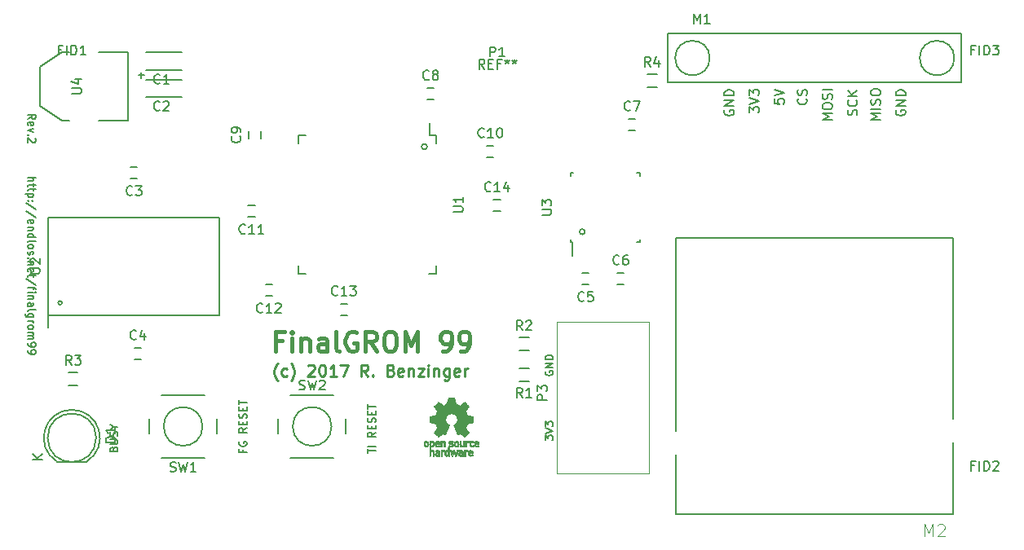
<source format=gto>
G04 #@! TF.GenerationSoftware,KiCad,Pcbnew,5.1.5+dfsg1-2build2*
G04 #@! TF.CreationDate,2021-05-15T16:51:55+02:00*
G04 #@! TF.ProjectId,fg99,66673939-2e6b-4696-9361-645f70636258,1*
G04 #@! TF.SameCoordinates,Original*
G04 #@! TF.FileFunction,Legend,Top*
G04 #@! TF.FilePolarity,Positive*
%FSLAX46Y46*%
G04 Gerber Fmt 4.6, Leading zero omitted, Abs format (unit mm)*
G04 Created by KiCad (PCBNEW 5.1.5+dfsg1-2build2) date 2021-05-15 16:51:55*
%MOMM*%
%LPD*%
G04 APERTURE LIST*
%ADD10C,0.200000*%
%ADD11C,0.150000*%
%ADD12C,0.400000*%
%ADD13C,0.275000*%
%ADD14C,0.120000*%
%ADD15C,0.010000*%
%ADD16C,0.203200*%
%ADD17C,0.101600*%
G04 APERTURE END LIST*
D10*
X130144904Y-91991333D02*
X130144904Y-91534190D01*
X130944904Y-91762761D02*
X130144904Y-91762761D01*
X130944904Y-91267523D02*
X130144904Y-91267523D01*
X130944904Y-89819904D02*
X130563952Y-90086571D01*
X130944904Y-90277047D02*
X130144904Y-90277047D01*
X130144904Y-89972285D01*
X130183000Y-89896095D01*
X130221095Y-89858000D01*
X130297285Y-89819904D01*
X130411571Y-89819904D01*
X130487761Y-89858000D01*
X130525857Y-89896095D01*
X130563952Y-89972285D01*
X130563952Y-90277047D01*
X130525857Y-89477047D02*
X130525857Y-89210380D01*
X130944904Y-89096095D02*
X130944904Y-89477047D01*
X130144904Y-89477047D01*
X130144904Y-89096095D01*
X130906809Y-88791333D02*
X130944904Y-88677047D01*
X130944904Y-88486571D01*
X130906809Y-88410380D01*
X130868714Y-88372285D01*
X130792523Y-88334190D01*
X130716333Y-88334190D01*
X130640142Y-88372285D01*
X130602047Y-88410380D01*
X130563952Y-88486571D01*
X130525857Y-88638952D01*
X130487761Y-88715142D01*
X130449666Y-88753238D01*
X130373476Y-88791333D01*
X130297285Y-88791333D01*
X130221095Y-88753238D01*
X130183000Y-88715142D01*
X130144904Y-88638952D01*
X130144904Y-88448476D01*
X130183000Y-88334190D01*
X130525857Y-87991333D02*
X130525857Y-87724666D01*
X130944904Y-87610380D02*
X130944904Y-87991333D01*
X130144904Y-87991333D01*
X130144904Y-87610380D01*
X130144904Y-87381809D02*
X130144904Y-86924666D01*
X130944904Y-87153238D02*
X130144904Y-87153238D01*
X152665843Y-68975158D02*
G75*
G03X152665843Y-68975158I-282843J0D01*
G01*
X136265843Y-60140842D02*
G75*
G03X136265843Y-60140842I-282843J0D01*
G01*
D11*
X106278238Y-52715142D02*
X106887761Y-52715142D01*
X106583000Y-53019904D02*
X106583000Y-52410380D01*
D10*
X148583000Y-83467523D02*
X148544904Y-83543714D01*
X148544904Y-83658000D01*
X148583000Y-83772285D01*
X148659190Y-83848476D01*
X148735380Y-83886571D01*
X148887761Y-83924666D01*
X149002047Y-83924666D01*
X149154428Y-83886571D01*
X149230619Y-83848476D01*
X149306809Y-83772285D01*
X149344904Y-83658000D01*
X149344904Y-83581809D01*
X149306809Y-83467523D01*
X149268714Y-83429428D01*
X149002047Y-83429428D01*
X149002047Y-83581809D01*
X149344904Y-83086571D02*
X148544904Y-83086571D01*
X149344904Y-82629428D01*
X148544904Y-82629428D01*
X149344904Y-82248476D02*
X148544904Y-82248476D01*
X148544904Y-82058000D01*
X148583000Y-81943714D01*
X148659190Y-81867523D01*
X148735380Y-81829428D01*
X148887761Y-81791333D01*
X149002047Y-81791333D01*
X149154428Y-81829428D01*
X149230619Y-81867523D01*
X149306809Y-81943714D01*
X149344904Y-82058000D01*
X149344904Y-82248476D01*
X148544904Y-90648476D02*
X148544904Y-90153238D01*
X148849666Y-90419904D01*
X148849666Y-90305619D01*
X148887761Y-90229428D01*
X148925857Y-90191333D01*
X149002047Y-90153238D01*
X149192523Y-90153238D01*
X149268714Y-90191333D01*
X149306809Y-90229428D01*
X149344904Y-90305619D01*
X149344904Y-90534190D01*
X149306809Y-90610380D01*
X149268714Y-90648476D01*
X148544904Y-89924666D02*
X149344904Y-89658000D01*
X148544904Y-89391333D01*
X148544904Y-89200857D02*
X148544904Y-88705619D01*
X148849666Y-88972285D01*
X148849666Y-88858000D01*
X148887761Y-88781809D01*
X148925857Y-88743714D01*
X149002047Y-88705619D01*
X149192523Y-88705619D01*
X149268714Y-88743714D01*
X149306809Y-88781809D01*
X149344904Y-88858000D01*
X149344904Y-89086571D01*
X149306809Y-89162761D01*
X149268714Y-89200857D01*
X94821095Y-57286571D02*
X95202047Y-57019904D01*
X94821095Y-56829428D02*
X95621095Y-56829428D01*
X95621095Y-57134190D01*
X95583000Y-57210380D01*
X95544904Y-57248476D01*
X95468714Y-57286571D01*
X95354428Y-57286571D01*
X95278238Y-57248476D01*
X95240142Y-57210380D01*
X95202047Y-57134190D01*
X95202047Y-56829428D01*
X94859190Y-57934190D02*
X94821095Y-57858000D01*
X94821095Y-57705619D01*
X94859190Y-57629428D01*
X94935380Y-57591333D01*
X95240142Y-57591333D01*
X95316333Y-57629428D01*
X95354428Y-57705619D01*
X95354428Y-57858000D01*
X95316333Y-57934190D01*
X95240142Y-57972285D01*
X95163952Y-57972285D01*
X95087761Y-57591333D01*
X95354428Y-58238952D02*
X94821095Y-58429428D01*
X95354428Y-58619904D01*
X94897285Y-58924666D02*
X94859190Y-58962761D01*
X94821095Y-58924666D01*
X94859190Y-58886571D01*
X94897285Y-58924666D01*
X94821095Y-58924666D01*
X95544904Y-59267523D02*
X95583000Y-59305619D01*
X95621095Y-59381809D01*
X95621095Y-59572285D01*
X95583000Y-59648476D01*
X95544904Y-59686571D01*
X95468714Y-59724666D01*
X95392523Y-59724666D01*
X95278238Y-59686571D01*
X94821095Y-59229428D01*
X94821095Y-59724666D01*
X117125857Y-91658000D02*
X117125857Y-91924666D01*
X117544904Y-91924666D02*
X116744904Y-91924666D01*
X116744904Y-91543714D01*
X116783000Y-90819904D02*
X116744904Y-90896095D01*
X116744904Y-91010380D01*
X116783000Y-91124666D01*
X116859190Y-91200857D01*
X116935380Y-91238952D01*
X117087761Y-91277047D01*
X117202047Y-91277047D01*
X117354428Y-91238952D01*
X117430619Y-91200857D01*
X117506809Y-91124666D01*
X117544904Y-91010380D01*
X117544904Y-90934190D01*
X117506809Y-90819904D01*
X117468714Y-90781809D01*
X117202047Y-90781809D01*
X117202047Y-90934190D01*
X117544904Y-89372285D02*
X117163952Y-89638952D01*
X117544904Y-89829428D02*
X116744904Y-89829428D01*
X116744904Y-89524666D01*
X116783000Y-89448476D01*
X116821095Y-89410380D01*
X116897285Y-89372285D01*
X117011571Y-89372285D01*
X117087761Y-89410380D01*
X117125857Y-89448476D01*
X117163952Y-89524666D01*
X117163952Y-89829428D01*
X117125857Y-89029428D02*
X117125857Y-88762761D01*
X117544904Y-88648476D02*
X117544904Y-89029428D01*
X116744904Y-89029428D01*
X116744904Y-88648476D01*
X117506809Y-88343714D02*
X117544904Y-88229428D01*
X117544904Y-88038952D01*
X117506809Y-87962761D01*
X117468714Y-87924666D01*
X117392523Y-87886571D01*
X117316333Y-87886571D01*
X117240142Y-87924666D01*
X117202047Y-87962761D01*
X117163952Y-88038952D01*
X117125857Y-88191333D01*
X117087761Y-88267523D01*
X117049666Y-88305619D01*
X116973476Y-88343714D01*
X116897285Y-88343714D01*
X116821095Y-88305619D01*
X116783000Y-88267523D01*
X116744904Y-88191333D01*
X116744904Y-88000857D01*
X116783000Y-87886571D01*
X117125857Y-87543714D02*
X117125857Y-87277047D01*
X117544904Y-87162761D02*
X117544904Y-87543714D01*
X116744904Y-87543714D01*
X116744904Y-87162761D01*
X116744904Y-86934190D02*
X116744904Y-86477047D01*
X117544904Y-86705619D02*
X116744904Y-86705619D01*
X103725857Y-91543714D02*
X103763952Y-91429428D01*
X103802047Y-91391333D01*
X103878238Y-91353238D01*
X103992523Y-91353238D01*
X104068714Y-91391333D01*
X104106809Y-91429428D01*
X104144904Y-91505619D01*
X104144904Y-91810380D01*
X103344904Y-91810380D01*
X103344904Y-91543714D01*
X103383000Y-91467523D01*
X103421095Y-91429428D01*
X103497285Y-91391333D01*
X103573476Y-91391333D01*
X103649666Y-91429428D01*
X103687761Y-91467523D01*
X103725857Y-91543714D01*
X103725857Y-91810380D01*
X103344904Y-91010380D02*
X103992523Y-91010380D01*
X104068714Y-90972285D01*
X104106809Y-90934190D01*
X104144904Y-90858000D01*
X104144904Y-90705619D01*
X104106809Y-90629428D01*
X104068714Y-90591333D01*
X103992523Y-90553238D01*
X103344904Y-90553238D01*
X104106809Y-90210380D02*
X104144904Y-90096095D01*
X104144904Y-89905619D01*
X104106809Y-89829428D01*
X104068714Y-89791333D01*
X103992523Y-89753238D01*
X103916333Y-89753238D01*
X103840142Y-89791333D01*
X103802047Y-89829428D01*
X103763952Y-89905619D01*
X103725857Y-90058000D01*
X103687761Y-90134190D01*
X103649666Y-90172285D01*
X103573476Y-90210380D01*
X103497285Y-90210380D01*
X103421095Y-90172285D01*
X103383000Y-90134190D01*
X103344904Y-90058000D01*
X103344904Y-89867523D01*
X103383000Y-89753238D01*
X103763952Y-89258000D02*
X104144904Y-89258000D01*
X103344904Y-89524666D02*
X103763952Y-89258000D01*
X103344904Y-88991333D01*
X94821095Y-63378476D02*
X95621095Y-63378476D01*
X94821095Y-63721333D02*
X95240142Y-63721333D01*
X95316333Y-63683238D01*
X95354428Y-63607047D01*
X95354428Y-63492761D01*
X95316333Y-63416571D01*
X95278238Y-63378476D01*
X95354428Y-63988000D02*
X95354428Y-64292761D01*
X95621095Y-64102285D02*
X94935380Y-64102285D01*
X94859190Y-64140380D01*
X94821095Y-64216571D01*
X94821095Y-64292761D01*
X95354428Y-64445142D02*
X95354428Y-64749904D01*
X95621095Y-64559428D02*
X94935380Y-64559428D01*
X94859190Y-64597523D01*
X94821095Y-64673714D01*
X94821095Y-64749904D01*
X95354428Y-65016571D02*
X94554428Y-65016571D01*
X95316333Y-65016571D02*
X95354428Y-65092761D01*
X95354428Y-65245142D01*
X95316333Y-65321333D01*
X95278238Y-65359428D01*
X95202047Y-65397523D01*
X94973476Y-65397523D01*
X94897285Y-65359428D01*
X94859190Y-65321333D01*
X94821095Y-65245142D01*
X94821095Y-65092761D01*
X94859190Y-65016571D01*
X94897285Y-65740380D02*
X94859190Y-65778476D01*
X94821095Y-65740380D01*
X94859190Y-65702285D01*
X94897285Y-65740380D01*
X94821095Y-65740380D01*
X95316333Y-65740380D02*
X95278238Y-65778476D01*
X95240142Y-65740380D01*
X95278238Y-65702285D01*
X95316333Y-65740380D01*
X95240142Y-65740380D01*
X95659190Y-66692761D02*
X94630619Y-66007047D01*
X95659190Y-67530857D02*
X94630619Y-66845142D01*
X94859190Y-68102285D02*
X94821095Y-68026095D01*
X94821095Y-67873714D01*
X94859190Y-67797523D01*
X94935380Y-67759428D01*
X95240142Y-67759428D01*
X95316333Y-67797523D01*
X95354428Y-67873714D01*
X95354428Y-68026095D01*
X95316333Y-68102285D01*
X95240142Y-68140380D01*
X95163952Y-68140380D01*
X95087761Y-67759428D01*
X95354428Y-68483238D02*
X94821095Y-68483238D01*
X95278238Y-68483238D02*
X95316333Y-68521333D01*
X95354428Y-68597523D01*
X95354428Y-68711809D01*
X95316333Y-68788000D01*
X95240142Y-68826095D01*
X94821095Y-68826095D01*
X94821095Y-69549904D02*
X95621095Y-69549904D01*
X94859190Y-69549904D02*
X94821095Y-69473714D01*
X94821095Y-69321333D01*
X94859190Y-69245142D01*
X94897285Y-69207047D01*
X94973476Y-69168952D01*
X95202047Y-69168952D01*
X95278238Y-69207047D01*
X95316333Y-69245142D01*
X95354428Y-69321333D01*
X95354428Y-69473714D01*
X95316333Y-69549904D01*
X94821095Y-70045142D02*
X94859190Y-69968952D01*
X94935380Y-69930857D01*
X95621095Y-69930857D01*
X94821095Y-70464190D02*
X94859190Y-70388000D01*
X94897285Y-70349904D01*
X94973476Y-70311809D01*
X95202047Y-70311809D01*
X95278238Y-70349904D01*
X95316333Y-70388000D01*
X95354428Y-70464190D01*
X95354428Y-70578476D01*
X95316333Y-70654666D01*
X95278238Y-70692761D01*
X95202047Y-70730857D01*
X94973476Y-70730857D01*
X94897285Y-70692761D01*
X94859190Y-70654666D01*
X94821095Y-70578476D01*
X94821095Y-70464190D01*
X94859190Y-71035619D02*
X94821095Y-71111809D01*
X94821095Y-71264190D01*
X94859190Y-71340380D01*
X94935380Y-71378476D01*
X94973476Y-71378476D01*
X95049666Y-71340380D01*
X95087761Y-71264190D01*
X95087761Y-71149904D01*
X95125857Y-71073714D01*
X95202047Y-71035619D01*
X95240142Y-71035619D01*
X95316333Y-71073714D01*
X95354428Y-71149904D01*
X95354428Y-71264190D01*
X95316333Y-71340380D01*
X94897285Y-71721333D02*
X94859190Y-71759428D01*
X94821095Y-71721333D01*
X94859190Y-71683238D01*
X94897285Y-71721333D01*
X94821095Y-71721333D01*
X95354428Y-72102285D02*
X94821095Y-72102285D01*
X95278238Y-72102285D02*
X95316333Y-72140380D01*
X95354428Y-72216571D01*
X95354428Y-72330857D01*
X95316333Y-72407047D01*
X95240142Y-72445142D01*
X94821095Y-72445142D01*
X94859190Y-73130857D02*
X94821095Y-73054666D01*
X94821095Y-72902285D01*
X94859190Y-72826095D01*
X94935380Y-72788000D01*
X95240142Y-72788000D01*
X95316333Y-72826095D01*
X95354428Y-72902285D01*
X95354428Y-73054666D01*
X95316333Y-73130857D01*
X95240142Y-73168952D01*
X95163952Y-73168952D01*
X95087761Y-72788000D01*
X95354428Y-73397523D02*
X95354428Y-73702285D01*
X95621095Y-73511809D02*
X94935380Y-73511809D01*
X94859190Y-73549904D01*
X94821095Y-73626095D01*
X94821095Y-73702285D01*
X95659190Y-74540380D02*
X94630619Y-73854666D01*
X95354428Y-74692761D02*
X95354428Y-74997523D01*
X94821095Y-74807047D02*
X95506809Y-74807047D01*
X95583000Y-74845142D01*
X95621095Y-74921333D01*
X95621095Y-74997523D01*
X94821095Y-75264190D02*
X95354428Y-75264190D01*
X95621095Y-75264190D02*
X95583000Y-75226095D01*
X95544904Y-75264190D01*
X95583000Y-75302285D01*
X95621095Y-75264190D01*
X95544904Y-75264190D01*
X95354428Y-75645142D02*
X94821095Y-75645142D01*
X95278238Y-75645142D02*
X95316333Y-75683238D01*
X95354428Y-75759428D01*
X95354428Y-75873714D01*
X95316333Y-75949904D01*
X95240142Y-75988000D01*
X94821095Y-75988000D01*
X94821095Y-76711809D02*
X95240142Y-76711809D01*
X95316333Y-76673714D01*
X95354428Y-76597523D01*
X95354428Y-76445142D01*
X95316333Y-76368952D01*
X94859190Y-76711809D02*
X94821095Y-76635619D01*
X94821095Y-76445142D01*
X94859190Y-76368952D01*
X94935380Y-76330857D01*
X95011571Y-76330857D01*
X95087761Y-76368952D01*
X95125857Y-76445142D01*
X95125857Y-76635619D01*
X95163952Y-76711809D01*
X94821095Y-77207047D02*
X94859190Y-77130857D01*
X94935380Y-77092761D01*
X95621095Y-77092761D01*
X95354428Y-77854666D02*
X94706809Y-77854666D01*
X94630619Y-77816571D01*
X94592523Y-77778476D01*
X94554428Y-77702285D01*
X94554428Y-77588000D01*
X94592523Y-77511809D01*
X94859190Y-77854666D02*
X94821095Y-77778476D01*
X94821095Y-77626095D01*
X94859190Y-77549904D01*
X94897285Y-77511809D01*
X94973476Y-77473714D01*
X95202047Y-77473714D01*
X95278238Y-77511809D01*
X95316333Y-77549904D01*
X95354428Y-77626095D01*
X95354428Y-77778476D01*
X95316333Y-77854666D01*
X94821095Y-78235619D02*
X95354428Y-78235619D01*
X95202047Y-78235619D02*
X95278238Y-78273714D01*
X95316333Y-78311809D01*
X95354428Y-78388000D01*
X95354428Y-78464190D01*
X94821095Y-78845142D02*
X94859190Y-78768952D01*
X94897285Y-78730857D01*
X94973476Y-78692761D01*
X95202047Y-78692761D01*
X95278238Y-78730857D01*
X95316333Y-78768952D01*
X95354428Y-78845142D01*
X95354428Y-78959428D01*
X95316333Y-79035619D01*
X95278238Y-79073714D01*
X95202047Y-79111809D01*
X94973476Y-79111809D01*
X94897285Y-79073714D01*
X94859190Y-79035619D01*
X94821095Y-78959428D01*
X94821095Y-78845142D01*
X94821095Y-79454666D02*
X95354428Y-79454666D01*
X95278238Y-79454666D02*
X95316333Y-79492761D01*
X95354428Y-79568952D01*
X95354428Y-79683238D01*
X95316333Y-79759428D01*
X95240142Y-79797523D01*
X94821095Y-79797523D01*
X95240142Y-79797523D02*
X95316333Y-79835619D01*
X95354428Y-79911809D01*
X95354428Y-80026095D01*
X95316333Y-80102285D01*
X95240142Y-80140380D01*
X94821095Y-80140380D01*
X94821095Y-80559428D02*
X94821095Y-80711809D01*
X94859190Y-80788000D01*
X94897285Y-80826095D01*
X95011571Y-80902285D01*
X95163952Y-80940380D01*
X95468714Y-80940380D01*
X95544904Y-80902285D01*
X95583000Y-80864190D01*
X95621095Y-80788000D01*
X95621095Y-80635619D01*
X95583000Y-80559428D01*
X95544904Y-80521333D01*
X95468714Y-80483238D01*
X95278238Y-80483238D01*
X95202047Y-80521333D01*
X95163952Y-80559428D01*
X95125857Y-80635619D01*
X95125857Y-80788000D01*
X95163952Y-80864190D01*
X95202047Y-80902285D01*
X95278238Y-80940380D01*
X94821095Y-81321333D02*
X94821095Y-81473714D01*
X94859190Y-81549904D01*
X94897285Y-81588000D01*
X95011571Y-81664190D01*
X95163952Y-81702285D01*
X95468714Y-81702285D01*
X95544904Y-81664190D01*
X95583000Y-81626095D01*
X95621095Y-81549904D01*
X95621095Y-81397523D01*
X95583000Y-81321333D01*
X95544904Y-81283238D01*
X95468714Y-81245142D01*
X95278238Y-81245142D01*
X95202047Y-81283238D01*
X95163952Y-81321333D01*
X95125857Y-81397523D01*
X95125857Y-81549904D01*
X95163952Y-81626095D01*
X95202047Y-81664190D01*
X95278238Y-81702285D01*
D12*
X121202047Y-80315142D02*
X120535380Y-80315142D01*
X120535380Y-81362761D02*
X120535380Y-79362761D01*
X121487761Y-79362761D01*
X122249666Y-81362761D02*
X122249666Y-80029428D01*
X122249666Y-79362761D02*
X122154428Y-79458000D01*
X122249666Y-79553238D01*
X122344904Y-79458000D01*
X122249666Y-79362761D01*
X122249666Y-79553238D01*
X123202047Y-80029428D02*
X123202047Y-81362761D01*
X123202047Y-80219904D02*
X123297285Y-80124666D01*
X123487761Y-80029428D01*
X123773476Y-80029428D01*
X123963952Y-80124666D01*
X124059190Y-80315142D01*
X124059190Y-81362761D01*
X125868714Y-81362761D02*
X125868714Y-80315142D01*
X125773476Y-80124666D01*
X125583000Y-80029428D01*
X125202047Y-80029428D01*
X125011571Y-80124666D01*
X125868714Y-81267523D02*
X125678238Y-81362761D01*
X125202047Y-81362761D01*
X125011571Y-81267523D01*
X124916333Y-81077047D01*
X124916333Y-80886571D01*
X125011571Y-80696095D01*
X125202047Y-80600857D01*
X125678238Y-80600857D01*
X125868714Y-80505619D01*
X127106809Y-81362761D02*
X126916333Y-81267523D01*
X126821095Y-81077047D01*
X126821095Y-79362761D01*
X128916333Y-79458000D02*
X128725857Y-79362761D01*
X128440142Y-79362761D01*
X128154428Y-79458000D01*
X127963952Y-79648476D01*
X127868714Y-79838952D01*
X127773476Y-80219904D01*
X127773476Y-80505619D01*
X127868714Y-80886571D01*
X127963952Y-81077047D01*
X128154428Y-81267523D01*
X128440142Y-81362761D01*
X128630619Y-81362761D01*
X128916333Y-81267523D01*
X129011571Y-81172285D01*
X129011571Y-80505619D01*
X128630619Y-80505619D01*
X131011571Y-81362761D02*
X130344904Y-80410380D01*
X129868714Y-81362761D02*
X129868714Y-79362761D01*
X130630619Y-79362761D01*
X130821095Y-79458000D01*
X130916333Y-79553238D01*
X131011571Y-79743714D01*
X131011571Y-80029428D01*
X130916333Y-80219904D01*
X130821095Y-80315142D01*
X130630619Y-80410380D01*
X129868714Y-80410380D01*
X132249666Y-79362761D02*
X132630619Y-79362761D01*
X132821095Y-79458000D01*
X133011571Y-79648476D01*
X133106809Y-80029428D01*
X133106809Y-80696095D01*
X133011571Y-81077047D01*
X132821095Y-81267523D01*
X132630619Y-81362761D01*
X132249666Y-81362761D01*
X132059190Y-81267523D01*
X131868714Y-81077047D01*
X131773476Y-80696095D01*
X131773476Y-80029428D01*
X131868714Y-79648476D01*
X132059190Y-79458000D01*
X132249666Y-79362761D01*
X133963952Y-81362761D02*
X133963952Y-79362761D01*
X134630619Y-80791333D01*
X135297285Y-79362761D01*
X135297285Y-81362761D01*
X137868714Y-81362761D02*
X138249666Y-81362761D01*
X138440142Y-81267523D01*
X138535380Y-81172285D01*
X138725857Y-80886571D01*
X138821095Y-80505619D01*
X138821095Y-79743714D01*
X138725857Y-79553238D01*
X138630619Y-79458000D01*
X138440142Y-79362761D01*
X138059190Y-79362761D01*
X137868714Y-79458000D01*
X137773476Y-79553238D01*
X137678238Y-79743714D01*
X137678238Y-80219904D01*
X137773476Y-80410380D01*
X137868714Y-80505619D01*
X138059190Y-80600857D01*
X138440142Y-80600857D01*
X138630619Y-80505619D01*
X138725857Y-80410380D01*
X138821095Y-80219904D01*
X139773476Y-81362761D02*
X140154428Y-81362761D01*
X140344904Y-81267523D01*
X140440142Y-81172285D01*
X140630619Y-80886571D01*
X140725857Y-80505619D01*
X140725857Y-79743714D01*
X140630619Y-79553238D01*
X140535380Y-79458000D01*
X140344904Y-79362761D01*
X139963952Y-79362761D01*
X139773476Y-79458000D01*
X139678238Y-79553238D01*
X139583000Y-79743714D01*
X139583000Y-80219904D01*
X139678238Y-80410380D01*
X139773476Y-80505619D01*
X139963952Y-80600857D01*
X140344904Y-80600857D01*
X140535380Y-80505619D01*
X140630619Y-80410380D01*
X140725857Y-80219904D01*
D13*
X120754428Y-84458000D02*
X120697285Y-84400857D01*
X120582999Y-84229428D01*
X120525857Y-84115142D01*
X120468714Y-83943714D01*
X120411571Y-83658000D01*
X120411571Y-83429428D01*
X120468714Y-83143714D01*
X120525857Y-82972285D01*
X120582999Y-82858000D01*
X120697285Y-82686571D01*
X120754428Y-82629428D01*
X121725857Y-83943714D02*
X121611571Y-84000857D01*
X121382999Y-84000857D01*
X121268714Y-83943714D01*
X121211571Y-83886571D01*
X121154428Y-83772285D01*
X121154428Y-83429428D01*
X121211571Y-83315142D01*
X121268714Y-83258000D01*
X121382999Y-83200857D01*
X121611571Y-83200857D01*
X121725857Y-83258000D01*
X122125857Y-84458000D02*
X122182999Y-84400857D01*
X122297285Y-84229428D01*
X122354428Y-84115142D01*
X122411571Y-83943714D01*
X122468714Y-83658000D01*
X122468714Y-83429428D01*
X122411571Y-83143714D01*
X122354428Y-82972285D01*
X122297285Y-82858000D01*
X122182999Y-82686571D01*
X122125857Y-82629428D01*
X123897285Y-82915142D02*
X123954428Y-82858000D01*
X124068714Y-82800857D01*
X124354428Y-82800857D01*
X124468714Y-82858000D01*
X124525857Y-82915142D01*
X124582999Y-83029428D01*
X124582999Y-83143714D01*
X124525857Y-83315142D01*
X123840142Y-84000857D01*
X124582999Y-84000857D01*
X125325857Y-82800857D02*
X125440142Y-82800857D01*
X125554428Y-82858000D01*
X125611571Y-82915142D01*
X125668714Y-83029428D01*
X125725857Y-83258000D01*
X125725857Y-83543714D01*
X125668714Y-83772285D01*
X125611571Y-83886571D01*
X125554428Y-83943714D01*
X125440142Y-84000857D01*
X125325857Y-84000857D01*
X125211571Y-83943714D01*
X125154428Y-83886571D01*
X125097285Y-83772285D01*
X125040142Y-83543714D01*
X125040142Y-83258000D01*
X125097285Y-83029428D01*
X125154428Y-82915142D01*
X125211571Y-82858000D01*
X125325857Y-82800857D01*
X126868714Y-84000857D02*
X126182999Y-84000857D01*
X126525857Y-84000857D02*
X126525857Y-82800857D01*
X126411571Y-82972285D01*
X126297285Y-83086571D01*
X126182999Y-83143714D01*
X127268714Y-82800857D02*
X128068714Y-82800857D01*
X127554428Y-84000857D01*
X130125857Y-84000857D02*
X129725857Y-83429428D01*
X129440142Y-84000857D02*
X129440142Y-82800857D01*
X129897285Y-82800857D01*
X130011571Y-82858000D01*
X130068714Y-82915142D01*
X130125857Y-83029428D01*
X130125857Y-83200857D01*
X130068714Y-83315142D01*
X130011571Y-83372285D01*
X129897285Y-83429428D01*
X129440142Y-83429428D01*
X130640142Y-83886571D02*
X130697285Y-83943714D01*
X130640142Y-84000857D01*
X130582999Y-83943714D01*
X130640142Y-83886571D01*
X130640142Y-84000857D01*
X132525857Y-83372285D02*
X132697285Y-83429428D01*
X132754428Y-83486571D01*
X132811571Y-83600857D01*
X132811571Y-83772285D01*
X132754428Y-83886571D01*
X132697285Y-83943714D01*
X132582999Y-84000857D01*
X132125857Y-84000857D01*
X132125857Y-82800857D01*
X132525857Y-82800857D01*
X132640142Y-82858000D01*
X132697285Y-82915142D01*
X132754428Y-83029428D01*
X132754428Y-83143714D01*
X132697285Y-83258000D01*
X132640142Y-83315142D01*
X132525857Y-83372285D01*
X132125857Y-83372285D01*
X133782999Y-83943714D02*
X133668714Y-84000857D01*
X133440142Y-84000857D01*
X133325857Y-83943714D01*
X133268714Y-83829428D01*
X133268714Y-83372285D01*
X133325857Y-83258000D01*
X133440142Y-83200857D01*
X133668714Y-83200857D01*
X133782999Y-83258000D01*
X133840142Y-83372285D01*
X133840142Y-83486571D01*
X133268714Y-83600857D01*
X134354428Y-83200857D02*
X134354428Y-84000857D01*
X134354428Y-83315142D02*
X134411571Y-83258000D01*
X134525857Y-83200857D01*
X134697285Y-83200857D01*
X134811571Y-83258000D01*
X134868714Y-83372285D01*
X134868714Y-84000857D01*
X135325857Y-83200857D02*
X135954428Y-83200857D01*
X135325857Y-84000857D01*
X135954428Y-84000857D01*
X136411571Y-84000857D02*
X136411571Y-83200857D01*
X136411571Y-82800857D02*
X136354428Y-82858000D01*
X136411571Y-82915142D01*
X136468714Y-82858000D01*
X136411571Y-82800857D01*
X136411571Y-82915142D01*
X136983000Y-83200857D02*
X136983000Y-84000857D01*
X136983000Y-83315142D02*
X137040142Y-83258000D01*
X137154428Y-83200857D01*
X137325857Y-83200857D01*
X137440142Y-83258000D01*
X137497285Y-83372285D01*
X137497285Y-84000857D01*
X138583000Y-83200857D02*
X138583000Y-84172285D01*
X138525857Y-84286571D01*
X138468714Y-84343714D01*
X138354428Y-84400857D01*
X138183000Y-84400857D01*
X138068714Y-84343714D01*
X138583000Y-83943714D02*
X138468714Y-84000857D01*
X138240142Y-84000857D01*
X138125857Y-83943714D01*
X138068714Y-83886571D01*
X138011571Y-83772285D01*
X138011571Y-83429428D01*
X138068714Y-83315142D01*
X138125857Y-83258000D01*
X138240142Y-83200857D01*
X138468714Y-83200857D01*
X138583000Y-83258000D01*
X139611571Y-83943714D02*
X139497285Y-84000857D01*
X139268714Y-84000857D01*
X139154428Y-83943714D01*
X139097285Y-83829428D01*
X139097285Y-83372285D01*
X139154428Y-83258000D01*
X139268714Y-83200857D01*
X139497285Y-83200857D01*
X139611571Y-83258000D01*
X139668714Y-83372285D01*
X139668714Y-83486571D01*
X139097285Y-83600857D01*
X140183000Y-84000857D02*
X140183000Y-83200857D01*
X140183000Y-83429428D02*
X140240142Y-83315142D01*
X140297285Y-83258000D01*
X140411571Y-83200857D01*
X140525857Y-83200857D01*
D14*
X149713000Y-94068000D02*
X149713000Y-78328000D01*
X149713000Y-78328000D02*
X159313000Y-78328000D01*
X159313000Y-78328000D02*
X159313000Y-94068000D01*
X159313000Y-94068000D02*
X149713000Y-94068000D01*
D11*
X137258000Y-58983000D02*
X136533000Y-58983000D01*
X137258000Y-73333000D02*
X136458000Y-73333000D01*
X122908000Y-73333000D02*
X123708000Y-73333000D01*
X122908000Y-58983000D02*
X123708000Y-58983000D01*
X137258000Y-58983000D02*
X137258000Y-59783000D01*
X122908000Y-58983000D02*
X122908000Y-59783000D01*
X122908000Y-73333000D02*
X122908000Y-72533000D01*
X137258000Y-73333000D02*
X137258000Y-72533000D01*
X136533000Y-58983000D02*
X136533000Y-57708000D01*
X126348564Y-89208000D02*
G75*
G03X126348564Y-89208000I-2015564J0D01*
G01*
X122083000Y-92458000D02*
X126583000Y-92458000D01*
X120833000Y-88458000D02*
X120833000Y-89958000D01*
X126583000Y-85958000D02*
X122083000Y-85958000D01*
X127833000Y-89958000D02*
X127833000Y-88458000D01*
X100907904Y-92872888D02*
G75*
G03X97883000Y-92888000I-1524904J2484888D01*
G01*
X100883000Y-92888000D02*
X97883000Y-92888000D01*
X101900936Y-90388000D02*
G75*
G03X101900936Y-90388000I-2517936J0D01*
G01*
X107093000Y-50358000D02*
X110793000Y-50358000D01*
X107093000Y-52158000D02*
X110793000Y-52158000D01*
X107073000Y-53158000D02*
X110773000Y-53158000D01*
X107073000Y-54958000D02*
X110773000Y-54958000D01*
X102205000Y-57414000D02*
X105253000Y-57414000D01*
X105253000Y-57414000D02*
X105253000Y-50302000D01*
X105253000Y-50302000D02*
X102205000Y-50302000D01*
X99157000Y-57414000D02*
X98395000Y-57414000D01*
X98395000Y-57414000D02*
X96109000Y-55890000D01*
X96109000Y-55890000D02*
X96109000Y-51826000D01*
X96109000Y-51826000D02*
X98395000Y-50302000D01*
X98395000Y-50302000D02*
X99157000Y-50302000D01*
X98363000Y-76373400D02*
G75*
G03X98363000Y-76373400I-200000J0D01*
G01*
X96893000Y-78913400D02*
X96893000Y-77643400D01*
X96893000Y-77643400D02*
X114673000Y-77643400D01*
X114673000Y-77643400D02*
X114673000Y-67483400D01*
X114673000Y-67483400D02*
X96893000Y-67483400D01*
X96893000Y-67483400D02*
X96893000Y-77643400D01*
X151158000Y-70083000D02*
X151383000Y-70083000D01*
X151158000Y-62833000D02*
X151483000Y-62833000D01*
X158408000Y-62833000D02*
X158083000Y-62833000D01*
X158408000Y-70083000D02*
X158083000Y-70083000D01*
X151158000Y-70083000D02*
X151158000Y-69758000D01*
X158408000Y-70083000D02*
X158408000Y-69758000D01*
X158408000Y-62833000D02*
X158408000Y-63158000D01*
X151158000Y-62833000D02*
X151158000Y-63158000D01*
X151383000Y-70083000D02*
X151383000Y-71508000D01*
X106183000Y-63458000D02*
X105483000Y-63458000D01*
X105483000Y-62258000D02*
X106183000Y-62258000D01*
X105883000Y-81058000D02*
X106583000Y-81058000D01*
X106583000Y-82258000D02*
X105883000Y-82258000D01*
X153083000Y-74458000D02*
X152383000Y-74458000D01*
X152383000Y-73258000D02*
X153083000Y-73258000D01*
X156033000Y-73258000D02*
X156733000Y-73258000D01*
X156733000Y-74458000D02*
X156033000Y-74458000D01*
X157183000Y-57258000D02*
X157883000Y-57258000D01*
X157883000Y-58458000D02*
X157183000Y-58458000D01*
X136283000Y-54058000D02*
X136983000Y-54058000D01*
X136983000Y-55258000D02*
X136283000Y-55258000D01*
X117783000Y-59258000D02*
X117783000Y-58558000D01*
X118983000Y-58558000D02*
X118983000Y-59258000D01*
X142483000Y-60058000D02*
X143183000Y-60058000D01*
X143183000Y-61258000D02*
X142483000Y-61258000D01*
X118383000Y-67458000D02*
X117683000Y-67458000D01*
X117683000Y-66258000D02*
X118383000Y-66258000D01*
X120183000Y-75658000D02*
X119483000Y-75658000D01*
X119483000Y-74458000D02*
X120183000Y-74458000D01*
X127283000Y-76458000D02*
X127983000Y-76458000D01*
X127983000Y-77658000D02*
X127283000Y-77658000D01*
X143183000Y-65658000D02*
X143883000Y-65658000D01*
X143883000Y-66858000D02*
X143183000Y-66858000D01*
D15*
G36*
X136874241Y-90727184D02*
G01*
X136900753Y-90740282D01*
X136933447Y-90763106D01*
X136957275Y-90787996D01*
X136973594Y-90819249D01*
X136983760Y-90861166D01*
X136989128Y-90918044D01*
X136991056Y-90994184D01*
X136991169Y-91026917D01*
X136990839Y-91098656D01*
X136989473Y-91149927D01*
X136986500Y-91185404D01*
X136981351Y-91209763D01*
X136973457Y-91227680D01*
X136965243Y-91239902D01*
X136912813Y-91291905D01*
X136851070Y-91323184D01*
X136784464Y-91332592D01*
X136717442Y-91318980D01*
X136696208Y-91309354D01*
X136645376Y-91282859D01*
X136645376Y-91698052D01*
X136682475Y-91678868D01*
X136731357Y-91664025D01*
X136791439Y-91660222D01*
X136851436Y-91667243D01*
X136896744Y-91683013D01*
X136934325Y-91713047D01*
X136966436Y-91756024D01*
X136968850Y-91760436D01*
X136979033Y-91781221D01*
X136986470Y-91802170D01*
X136991589Y-91827548D01*
X136994819Y-91861618D01*
X136996587Y-91908641D01*
X136997323Y-91972882D01*
X136997456Y-92045176D01*
X136997456Y-92275822D01*
X136859139Y-92275822D01*
X136859139Y-91850533D01*
X136820451Y-91817979D01*
X136780262Y-91791940D01*
X136742203Y-91787205D01*
X136703934Y-91799389D01*
X136683538Y-91811320D01*
X136668358Y-91828313D01*
X136657562Y-91853995D01*
X136650317Y-91891991D01*
X136645792Y-91945926D01*
X136643156Y-92019425D01*
X136642228Y-92068347D01*
X136639089Y-92269535D01*
X136573074Y-92273336D01*
X136507060Y-92277136D01*
X136507060Y-91028650D01*
X136645376Y-91028650D01*
X136648903Y-91098254D01*
X136660785Y-91146569D01*
X136682980Y-91176631D01*
X136717441Y-91191471D01*
X136752258Y-91194436D01*
X136791671Y-91191028D01*
X136817829Y-91177617D01*
X136834186Y-91159896D01*
X136847063Y-91140835D01*
X136854728Y-91119601D01*
X136858139Y-91089849D01*
X136858251Y-91045236D01*
X136857103Y-91007880D01*
X136854468Y-90951604D01*
X136850544Y-90914658D01*
X136843937Y-90891223D01*
X136833251Y-90875480D01*
X136823167Y-90866380D01*
X136781030Y-90846537D01*
X136731160Y-90843332D01*
X136702524Y-90850168D01*
X136674172Y-90874464D01*
X136655391Y-90921728D01*
X136646288Y-90991624D01*
X136645376Y-91028650D01*
X136507060Y-91028650D01*
X136507060Y-90716614D01*
X136576218Y-90716614D01*
X136617740Y-90718256D01*
X136639162Y-90724087D01*
X136645374Y-90735461D01*
X136645376Y-90735798D01*
X136648258Y-90746938D01*
X136660970Y-90745673D01*
X136686243Y-90733433D01*
X136745131Y-90714707D01*
X136811385Y-90712739D01*
X136874241Y-90727184D01*
G37*
X136874241Y-90727184D02*
X136900753Y-90740282D01*
X136933447Y-90763106D01*
X136957275Y-90787996D01*
X136973594Y-90819249D01*
X136983760Y-90861166D01*
X136989128Y-90918044D01*
X136991056Y-90994184D01*
X136991169Y-91026917D01*
X136990839Y-91098656D01*
X136989473Y-91149927D01*
X136986500Y-91185404D01*
X136981351Y-91209763D01*
X136973457Y-91227680D01*
X136965243Y-91239902D01*
X136912813Y-91291905D01*
X136851070Y-91323184D01*
X136784464Y-91332592D01*
X136717442Y-91318980D01*
X136696208Y-91309354D01*
X136645376Y-91282859D01*
X136645376Y-91698052D01*
X136682475Y-91678868D01*
X136731357Y-91664025D01*
X136791439Y-91660222D01*
X136851436Y-91667243D01*
X136896744Y-91683013D01*
X136934325Y-91713047D01*
X136966436Y-91756024D01*
X136968850Y-91760436D01*
X136979033Y-91781221D01*
X136986470Y-91802170D01*
X136991589Y-91827548D01*
X136994819Y-91861618D01*
X136996587Y-91908641D01*
X136997323Y-91972882D01*
X136997456Y-92045176D01*
X136997456Y-92275822D01*
X136859139Y-92275822D01*
X136859139Y-91850533D01*
X136820451Y-91817979D01*
X136780262Y-91791940D01*
X136742203Y-91787205D01*
X136703934Y-91799389D01*
X136683538Y-91811320D01*
X136668358Y-91828313D01*
X136657562Y-91853995D01*
X136650317Y-91891991D01*
X136645792Y-91945926D01*
X136643156Y-92019425D01*
X136642228Y-92068347D01*
X136639089Y-92269535D01*
X136573074Y-92273336D01*
X136507060Y-92277136D01*
X136507060Y-91028650D01*
X136645376Y-91028650D01*
X136648903Y-91098254D01*
X136660785Y-91146569D01*
X136682980Y-91176631D01*
X136717441Y-91191471D01*
X136752258Y-91194436D01*
X136791671Y-91191028D01*
X136817829Y-91177617D01*
X136834186Y-91159896D01*
X136847063Y-91140835D01*
X136854728Y-91119601D01*
X136858139Y-91089849D01*
X136858251Y-91045236D01*
X136857103Y-91007880D01*
X136854468Y-90951604D01*
X136850544Y-90914658D01*
X136843937Y-90891223D01*
X136833251Y-90875480D01*
X136823167Y-90866380D01*
X136781030Y-90846537D01*
X136731160Y-90843332D01*
X136702524Y-90850168D01*
X136674172Y-90874464D01*
X136655391Y-90921728D01*
X136646288Y-90991624D01*
X136645376Y-91028650D01*
X136507060Y-91028650D01*
X136507060Y-90716614D01*
X136576218Y-90716614D01*
X136617740Y-90718256D01*
X136639162Y-90724087D01*
X136645374Y-90735461D01*
X136645376Y-90735798D01*
X136648258Y-90746938D01*
X136660970Y-90745673D01*
X136686243Y-90733433D01*
X136745131Y-90714707D01*
X136811385Y-90712739D01*
X136874241Y-90727184D01*
G36*
X137398790Y-91664555D02*
G01*
X137457945Y-91680339D01*
X137502977Y-91708948D01*
X137534754Y-91746419D01*
X137544634Y-91762411D01*
X137551927Y-91779163D01*
X137557026Y-91800592D01*
X137560321Y-91830616D01*
X137562203Y-91873154D01*
X137563063Y-91932122D01*
X137563293Y-92011440D01*
X137563297Y-92032484D01*
X137563297Y-92275822D01*
X137502941Y-92275822D01*
X137464443Y-92273126D01*
X137435977Y-92266295D01*
X137428845Y-92262083D01*
X137409348Y-92254813D01*
X137389434Y-92262083D01*
X137356647Y-92271160D01*
X137309022Y-92274813D01*
X137256236Y-92273228D01*
X137207964Y-92266589D01*
X137179782Y-92258072D01*
X137125247Y-92223063D01*
X137091165Y-92174479D01*
X137075843Y-92109882D01*
X137075701Y-92108223D01*
X137077045Y-92079566D01*
X137198644Y-92079566D01*
X137209274Y-92112161D01*
X137226590Y-92130505D01*
X137261348Y-92144379D01*
X137307227Y-92149917D01*
X137354012Y-92147191D01*
X137391486Y-92136274D01*
X137401985Y-92129269D01*
X137420332Y-92096904D01*
X137424980Y-92060111D01*
X137424980Y-92011763D01*
X137355418Y-92011763D01*
X137289333Y-92016850D01*
X137239236Y-92031263D01*
X137208071Y-92053729D01*
X137198644Y-92079566D01*
X137077045Y-92079566D01*
X137079013Y-92037647D01*
X137102290Y-91981845D01*
X137146052Y-91939647D01*
X137152101Y-91935808D01*
X137178093Y-91923309D01*
X137210265Y-91915740D01*
X137255240Y-91912061D01*
X137308669Y-91911216D01*
X137424980Y-91911169D01*
X137424980Y-91862411D01*
X137420047Y-91824581D01*
X137407457Y-91799236D01*
X137405983Y-91797887D01*
X137377966Y-91786800D01*
X137335674Y-91782503D01*
X137288936Y-91784615D01*
X137247582Y-91792756D01*
X137223043Y-91804965D01*
X137209747Y-91814746D01*
X137195706Y-91816613D01*
X137176329Y-91808600D01*
X137147024Y-91788739D01*
X137103197Y-91755063D01*
X137099175Y-91751909D01*
X137101236Y-91740236D01*
X137118432Y-91720822D01*
X137144567Y-91699248D01*
X137173448Y-91681096D01*
X137182522Y-91676809D01*
X137215620Y-91668256D01*
X137264120Y-91662155D01*
X137318305Y-91659708D01*
X137320839Y-91659703D01*
X137398790Y-91664555D01*
G37*
X137398790Y-91664555D02*
X137457945Y-91680339D01*
X137502977Y-91708948D01*
X137534754Y-91746419D01*
X137544634Y-91762411D01*
X137551927Y-91779163D01*
X137557026Y-91800592D01*
X137560321Y-91830616D01*
X137562203Y-91873154D01*
X137563063Y-91932122D01*
X137563293Y-92011440D01*
X137563297Y-92032484D01*
X137563297Y-92275822D01*
X137502941Y-92275822D01*
X137464443Y-92273126D01*
X137435977Y-92266295D01*
X137428845Y-92262083D01*
X137409348Y-92254813D01*
X137389434Y-92262083D01*
X137356647Y-92271160D01*
X137309022Y-92274813D01*
X137256236Y-92273228D01*
X137207964Y-92266589D01*
X137179782Y-92258072D01*
X137125247Y-92223063D01*
X137091165Y-92174479D01*
X137075843Y-92109882D01*
X137075701Y-92108223D01*
X137077045Y-92079566D01*
X137198644Y-92079566D01*
X137209274Y-92112161D01*
X137226590Y-92130505D01*
X137261348Y-92144379D01*
X137307227Y-92149917D01*
X137354012Y-92147191D01*
X137391486Y-92136274D01*
X137401985Y-92129269D01*
X137420332Y-92096904D01*
X137424980Y-92060111D01*
X137424980Y-92011763D01*
X137355418Y-92011763D01*
X137289333Y-92016850D01*
X137239236Y-92031263D01*
X137208071Y-92053729D01*
X137198644Y-92079566D01*
X137077045Y-92079566D01*
X137079013Y-92037647D01*
X137102290Y-91981845D01*
X137146052Y-91939647D01*
X137152101Y-91935808D01*
X137178093Y-91923309D01*
X137210265Y-91915740D01*
X137255240Y-91912061D01*
X137308669Y-91911216D01*
X137424980Y-91911169D01*
X137424980Y-91862411D01*
X137420047Y-91824581D01*
X137407457Y-91799236D01*
X137405983Y-91797887D01*
X137377966Y-91786800D01*
X137335674Y-91782503D01*
X137288936Y-91784615D01*
X137247582Y-91792756D01*
X137223043Y-91804965D01*
X137209747Y-91814746D01*
X137195706Y-91816613D01*
X137176329Y-91808600D01*
X137147024Y-91788739D01*
X137103197Y-91755063D01*
X137099175Y-91751909D01*
X137101236Y-91740236D01*
X137118432Y-91720822D01*
X137144567Y-91699248D01*
X137173448Y-91681096D01*
X137182522Y-91676809D01*
X137215620Y-91668256D01*
X137264120Y-91662155D01*
X137318305Y-91659708D01*
X137320839Y-91659703D01*
X137398790Y-91664555D01*
G36*
X137789644Y-91661020D02*
G01*
X137808461Y-91666660D01*
X137814527Y-91679053D01*
X137814782Y-91684647D01*
X137815871Y-91700230D01*
X137823368Y-91702676D01*
X137843619Y-91691993D01*
X137855649Y-91684694D01*
X137893600Y-91669063D01*
X137938928Y-91661334D01*
X137986456Y-91660740D01*
X138031005Y-91666513D01*
X138067398Y-91677884D01*
X138090457Y-91694088D01*
X138095004Y-91714355D01*
X138092709Y-91719843D01*
X138075980Y-91742626D01*
X138050037Y-91770647D01*
X138045345Y-91775177D01*
X138020617Y-91796005D01*
X137999282Y-91802735D01*
X137969445Y-91798038D01*
X137957492Y-91794917D01*
X137920295Y-91787421D01*
X137894141Y-91790792D01*
X137872054Y-91802681D01*
X137851822Y-91818635D01*
X137836921Y-91838700D01*
X137826566Y-91866702D01*
X137819971Y-91906467D01*
X137816351Y-91961823D01*
X137814922Y-92036594D01*
X137814782Y-92081740D01*
X137814782Y-92275822D01*
X137689040Y-92275822D01*
X137689040Y-91659683D01*
X137751911Y-91659683D01*
X137789644Y-91661020D01*
G37*
X137789644Y-91661020D02*
X137808461Y-91666660D01*
X137814527Y-91679053D01*
X137814782Y-91684647D01*
X137815871Y-91700230D01*
X137823368Y-91702676D01*
X137843619Y-91691993D01*
X137855649Y-91684694D01*
X137893600Y-91669063D01*
X137938928Y-91661334D01*
X137986456Y-91660740D01*
X138031005Y-91666513D01*
X138067398Y-91677884D01*
X138090457Y-91694088D01*
X138095004Y-91714355D01*
X138092709Y-91719843D01*
X138075980Y-91742626D01*
X138050037Y-91770647D01*
X138045345Y-91775177D01*
X138020617Y-91796005D01*
X137999282Y-91802735D01*
X137969445Y-91798038D01*
X137957492Y-91794917D01*
X137920295Y-91787421D01*
X137894141Y-91790792D01*
X137872054Y-91802681D01*
X137851822Y-91818635D01*
X137836921Y-91838700D01*
X137826566Y-91866702D01*
X137819971Y-91906467D01*
X137816351Y-91961823D01*
X137814922Y-92036594D01*
X137814782Y-92081740D01*
X137814782Y-92275822D01*
X137689040Y-92275822D01*
X137689040Y-91659683D01*
X137751911Y-91659683D01*
X137789644Y-91661020D01*
G36*
X138581812Y-92275822D02*
G01*
X138512654Y-92275822D01*
X138472512Y-92274645D01*
X138451606Y-92269772D01*
X138444078Y-92259186D01*
X138443495Y-92252029D01*
X138442226Y-92237676D01*
X138434221Y-92234923D01*
X138413185Y-92243771D01*
X138396827Y-92252029D01*
X138334023Y-92271597D01*
X138265752Y-92272729D01*
X138210248Y-92258135D01*
X138158562Y-92222877D01*
X138119162Y-92170835D01*
X138097587Y-92109450D01*
X138097038Y-92106018D01*
X138093833Y-92068571D01*
X138092239Y-92014813D01*
X138092367Y-91974155D01*
X138229721Y-91974155D01*
X138232903Y-92028194D01*
X138240141Y-92072735D01*
X138249940Y-92097888D01*
X138287011Y-92132260D01*
X138331026Y-92144582D01*
X138376416Y-92134618D01*
X138415203Y-92104895D01*
X138429892Y-92084905D01*
X138438481Y-92061050D01*
X138442504Y-92026230D01*
X138443495Y-91973930D01*
X138441722Y-91922139D01*
X138437037Y-91876634D01*
X138430397Y-91846181D01*
X138429290Y-91843452D01*
X138402509Y-91811000D01*
X138363421Y-91793183D01*
X138319685Y-91790306D01*
X138278962Y-91802674D01*
X138248913Y-91830593D01*
X138245796Y-91836148D01*
X138236039Y-91870022D01*
X138230723Y-91918728D01*
X138229721Y-91974155D01*
X138092367Y-91974155D01*
X138092432Y-91953540D01*
X138093336Y-91920563D01*
X138099486Y-91838981D01*
X138112267Y-91777730D01*
X138133529Y-91732449D01*
X138165122Y-91698779D01*
X138195793Y-91679014D01*
X138238646Y-91665120D01*
X138291944Y-91660354D01*
X138346520Y-91664236D01*
X138393208Y-91676282D01*
X138417876Y-91690693D01*
X138443495Y-91713878D01*
X138443495Y-91420773D01*
X138581812Y-91420773D01*
X138581812Y-92275822D01*
G37*
X138581812Y-92275822D02*
X138512654Y-92275822D01*
X138472512Y-92274645D01*
X138451606Y-92269772D01*
X138444078Y-92259186D01*
X138443495Y-92252029D01*
X138442226Y-92237676D01*
X138434221Y-92234923D01*
X138413185Y-92243771D01*
X138396827Y-92252029D01*
X138334023Y-92271597D01*
X138265752Y-92272729D01*
X138210248Y-92258135D01*
X138158562Y-92222877D01*
X138119162Y-92170835D01*
X138097587Y-92109450D01*
X138097038Y-92106018D01*
X138093833Y-92068571D01*
X138092239Y-92014813D01*
X138092367Y-91974155D01*
X138229721Y-91974155D01*
X138232903Y-92028194D01*
X138240141Y-92072735D01*
X138249940Y-92097888D01*
X138287011Y-92132260D01*
X138331026Y-92144582D01*
X138376416Y-92134618D01*
X138415203Y-92104895D01*
X138429892Y-92084905D01*
X138438481Y-92061050D01*
X138442504Y-92026230D01*
X138443495Y-91973930D01*
X138441722Y-91922139D01*
X138437037Y-91876634D01*
X138430397Y-91846181D01*
X138429290Y-91843452D01*
X138402509Y-91811000D01*
X138363421Y-91793183D01*
X138319685Y-91790306D01*
X138278962Y-91802674D01*
X138248913Y-91830593D01*
X138245796Y-91836148D01*
X138236039Y-91870022D01*
X138230723Y-91918728D01*
X138229721Y-91974155D01*
X138092367Y-91974155D01*
X138092432Y-91953540D01*
X138093336Y-91920563D01*
X138099486Y-91838981D01*
X138112267Y-91777730D01*
X138133529Y-91732449D01*
X138165122Y-91698779D01*
X138195793Y-91679014D01*
X138238646Y-91665120D01*
X138291944Y-91660354D01*
X138346520Y-91664236D01*
X138393208Y-91676282D01*
X138417876Y-91690693D01*
X138443495Y-91713878D01*
X138443495Y-91420773D01*
X138581812Y-91420773D01*
X138581812Y-92275822D01*
G36*
X139064524Y-91662237D02*
G01*
X139114255Y-91665971D01*
X139244291Y-92055773D01*
X139264678Y-91986614D01*
X139276946Y-91943874D01*
X139293085Y-91886115D01*
X139310512Y-91822625D01*
X139319726Y-91788570D01*
X139354388Y-91659683D01*
X139497391Y-91659683D01*
X139454646Y-91794857D01*
X139433596Y-91861342D01*
X139408167Y-91941539D01*
X139381610Y-92025193D01*
X139357902Y-92099782D01*
X139303902Y-92269535D01*
X139245598Y-92273328D01*
X139187295Y-92277122D01*
X139155679Y-92172734D01*
X139136182Y-92107889D01*
X139114904Y-92036400D01*
X139096308Y-91973263D01*
X139095574Y-91970750D01*
X139081684Y-91927969D01*
X139069429Y-91898779D01*
X139060846Y-91887741D01*
X139059082Y-91889018D01*
X139052891Y-91906130D01*
X139041128Y-91942787D01*
X139025225Y-91994378D01*
X139006614Y-92056294D01*
X138996543Y-92090352D01*
X138942007Y-92275822D01*
X138826264Y-92275822D01*
X138733737Y-91983471D01*
X138707744Y-91901462D01*
X138684066Y-91826987D01*
X138663820Y-91763544D01*
X138648126Y-91714632D01*
X138638102Y-91683749D01*
X138635055Y-91674726D01*
X138637467Y-91665487D01*
X138656408Y-91661441D01*
X138695823Y-91661846D01*
X138701993Y-91662152D01*
X138775086Y-91665971D01*
X138822957Y-91842010D01*
X138840553Y-91906211D01*
X138856277Y-91962649D01*
X138868746Y-92006422D01*
X138876574Y-92032630D01*
X138878020Y-92036903D01*
X138884014Y-92031990D01*
X138896101Y-92006532D01*
X138912893Y-91963997D01*
X138933003Y-91907850D01*
X138950003Y-91857130D01*
X139014794Y-91658504D01*
X139064524Y-91662237D01*
G37*
X139064524Y-91662237D02*
X139114255Y-91665971D01*
X139244291Y-92055773D01*
X139264678Y-91986614D01*
X139276946Y-91943874D01*
X139293085Y-91886115D01*
X139310512Y-91822625D01*
X139319726Y-91788570D01*
X139354388Y-91659683D01*
X139497391Y-91659683D01*
X139454646Y-91794857D01*
X139433596Y-91861342D01*
X139408167Y-91941539D01*
X139381610Y-92025193D01*
X139357902Y-92099782D01*
X139303902Y-92269535D01*
X139245598Y-92273328D01*
X139187295Y-92277122D01*
X139155679Y-92172734D01*
X139136182Y-92107889D01*
X139114904Y-92036400D01*
X139096308Y-91973263D01*
X139095574Y-91970750D01*
X139081684Y-91927969D01*
X139069429Y-91898779D01*
X139060846Y-91887741D01*
X139059082Y-91889018D01*
X139052891Y-91906130D01*
X139041128Y-91942787D01*
X139025225Y-91994378D01*
X139006614Y-92056294D01*
X138996543Y-92090352D01*
X138942007Y-92275822D01*
X138826264Y-92275822D01*
X138733737Y-91983471D01*
X138707744Y-91901462D01*
X138684066Y-91826987D01*
X138663820Y-91763544D01*
X138648126Y-91714632D01*
X138638102Y-91683749D01*
X138635055Y-91674726D01*
X138637467Y-91665487D01*
X138656408Y-91661441D01*
X138695823Y-91661846D01*
X138701993Y-91662152D01*
X138775086Y-91665971D01*
X138822957Y-91842010D01*
X138840553Y-91906211D01*
X138856277Y-91962649D01*
X138868746Y-92006422D01*
X138876574Y-92032630D01*
X138878020Y-92036903D01*
X138884014Y-92031990D01*
X138896101Y-92006532D01*
X138912893Y-91963997D01*
X138933003Y-91907850D01*
X138950003Y-91857130D01*
X139014794Y-91658504D01*
X139064524Y-91662237D01*
G36*
X139821411Y-91663417D02*
G01*
X139874411Y-91676290D01*
X139889731Y-91683110D01*
X139919428Y-91700974D01*
X139942220Y-91721093D01*
X139959083Y-91746962D01*
X139970998Y-91782073D01*
X139978942Y-91829920D01*
X139983894Y-91893996D01*
X139986831Y-91977794D01*
X139987947Y-92033768D01*
X139992052Y-92275822D01*
X139921932Y-92275822D01*
X139879393Y-92274038D01*
X139857476Y-92267942D01*
X139851812Y-92257706D01*
X139848821Y-92246637D01*
X139835451Y-92248754D01*
X139817233Y-92257629D01*
X139771624Y-92271233D01*
X139713007Y-92274899D01*
X139651354Y-92268903D01*
X139596638Y-92253521D01*
X139591730Y-92251386D01*
X139541723Y-92216255D01*
X139508756Y-92167419D01*
X139493587Y-92110333D01*
X139494746Y-92089824D01*
X139618508Y-92089824D01*
X139629413Y-92117425D01*
X139661745Y-92137204D01*
X139713910Y-92147819D01*
X139741787Y-92149228D01*
X139788247Y-92145620D01*
X139819129Y-92131597D01*
X139826664Y-92124931D01*
X139847076Y-92088666D01*
X139851812Y-92055773D01*
X139851812Y-92011763D01*
X139790513Y-92011763D01*
X139719256Y-92015395D01*
X139669276Y-92026818D01*
X139637696Y-92046824D01*
X139630626Y-92055743D01*
X139618508Y-92089824D01*
X139494746Y-92089824D01*
X139496971Y-92050456D01*
X139519663Y-91993244D01*
X139550624Y-91954580D01*
X139569376Y-91937864D01*
X139587733Y-91926878D01*
X139611619Y-91920180D01*
X139646957Y-91916326D01*
X139699669Y-91913873D01*
X139720577Y-91913168D01*
X139851812Y-91908879D01*
X139851620Y-91869158D01*
X139846537Y-91827405D01*
X139828162Y-91802158D01*
X139791039Y-91786030D01*
X139790043Y-91785742D01*
X139737410Y-91779400D01*
X139685906Y-91787684D01*
X139647630Y-91807827D01*
X139632272Y-91817773D01*
X139615730Y-91816397D01*
X139590275Y-91801987D01*
X139575328Y-91791817D01*
X139546091Y-91770088D01*
X139527980Y-91753800D01*
X139525074Y-91749137D01*
X139537040Y-91725005D01*
X139572396Y-91696185D01*
X139587753Y-91686461D01*
X139631901Y-91669714D01*
X139691398Y-91660227D01*
X139757487Y-91658095D01*
X139821411Y-91663417D01*
G37*
X139821411Y-91663417D02*
X139874411Y-91676290D01*
X139889731Y-91683110D01*
X139919428Y-91700974D01*
X139942220Y-91721093D01*
X139959083Y-91746962D01*
X139970998Y-91782073D01*
X139978942Y-91829920D01*
X139983894Y-91893996D01*
X139986831Y-91977794D01*
X139987947Y-92033768D01*
X139992052Y-92275822D01*
X139921932Y-92275822D01*
X139879393Y-92274038D01*
X139857476Y-92267942D01*
X139851812Y-92257706D01*
X139848821Y-92246637D01*
X139835451Y-92248754D01*
X139817233Y-92257629D01*
X139771624Y-92271233D01*
X139713007Y-92274899D01*
X139651354Y-92268903D01*
X139596638Y-92253521D01*
X139591730Y-92251386D01*
X139541723Y-92216255D01*
X139508756Y-92167419D01*
X139493587Y-92110333D01*
X139494746Y-92089824D01*
X139618508Y-92089824D01*
X139629413Y-92117425D01*
X139661745Y-92137204D01*
X139713910Y-92147819D01*
X139741787Y-92149228D01*
X139788247Y-92145620D01*
X139819129Y-92131597D01*
X139826664Y-92124931D01*
X139847076Y-92088666D01*
X139851812Y-92055773D01*
X139851812Y-92011763D01*
X139790513Y-92011763D01*
X139719256Y-92015395D01*
X139669276Y-92026818D01*
X139637696Y-92046824D01*
X139630626Y-92055743D01*
X139618508Y-92089824D01*
X139494746Y-92089824D01*
X139496971Y-92050456D01*
X139519663Y-91993244D01*
X139550624Y-91954580D01*
X139569376Y-91937864D01*
X139587733Y-91926878D01*
X139611619Y-91920180D01*
X139646957Y-91916326D01*
X139699669Y-91913873D01*
X139720577Y-91913168D01*
X139851812Y-91908879D01*
X139851620Y-91869158D01*
X139846537Y-91827405D01*
X139828162Y-91802158D01*
X139791039Y-91786030D01*
X139790043Y-91785742D01*
X139737410Y-91779400D01*
X139685906Y-91787684D01*
X139647630Y-91807827D01*
X139632272Y-91817773D01*
X139615730Y-91816397D01*
X139590275Y-91801987D01*
X139575328Y-91791817D01*
X139546091Y-91770088D01*
X139527980Y-91753800D01*
X139525074Y-91749137D01*
X139537040Y-91725005D01*
X139572396Y-91696185D01*
X139587753Y-91686461D01*
X139631901Y-91669714D01*
X139691398Y-91660227D01*
X139757487Y-91658095D01*
X139821411Y-91663417D01*
G36*
X140418255Y-91659486D02*
G01*
X140466595Y-91669015D01*
X140494114Y-91683125D01*
X140523064Y-91706568D01*
X140481876Y-91758571D01*
X140456482Y-91790064D01*
X140439238Y-91805428D01*
X140422102Y-91807776D01*
X140397027Y-91800217D01*
X140385257Y-91795941D01*
X140337270Y-91789631D01*
X140293324Y-91803156D01*
X140261060Y-91833710D01*
X140255819Y-91843452D01*
X140250112Y-91869258D01*
X140245706Y-91916817D01*
X140242811Y-91982758D01*
X140241631Y-92063710D01*
X140241614Y-92075226D01*
X140241614Y-92275822D01*
X140103297Y-92275822D01*
X140103297Y-91659683D01*
X140172456Y-91659683D01*
X140212333Y-91660725D01*
X140233107Y-91665358D01*
X140240789Y-91675849D01*
X140241614Y-91685745D01*
X140241614Y-91711806D01*
X140274745Y-91685745D01*
X140312735Y-91667965D01*
X140363770Y-91659174D01*
X140418255Y-91659486D01*
G37*
X140418255Y-91659486D02*
X140466595Y-91669015D01*
X140494114Y-91683125D01*
X140523064Y-91706568D01*
X140481876Y-91758571D01*
X140456482Y-91790064D01*
X140439238Y-91805428D01*
X140422102Y-91807776D01*
X140397027Y-91800217D01*
X140385257Y-91795941D01*
X140337270Y-91789631D01*
X140293324Y-91803156D01*
X140261060Y-91833710D01*
X140255819Y-91843452D01*
X140250112Y-91869258D01*
X140245706Y-91916817D01*
X140242811Y-91982758D01*
X140241631Y-92063710D01*
X140241614Y-92075226D01*
X140241614Y-92275822D01*
X140103297Y-92275822D01*
X140103297Y-91659683D01*
X140172456Y-91659683D01*
X140212333Y-91660725D01*
X140233107Y-91665358D01*
X140240789Y-91675849D01*
X140241614Y-91685745D01*
X140241614Y-91711806D01*
X140274745Y-91685745D01*
X140312735Y-91667965D01*
X140363770Y-91659174D01*
X140418255Y-91659486D01*
G36*
X140815581Y-91662970D02*
G01*
X140875685Y-91678597D01*
X140926021Y-91710848D01*
X140950393Y-91734940D01*
X140990345Y-91791895D01*
X141013242Y-91857965D01*
X141021108Y-91939182D01*
X141021148Y-91945748D01*
X141021218Y-92011763D01*
X140641264Y-92011763D01*
X140649363Y-92046342D01*
X140663987Y-92077659D01*
X140689581Y-92110291D01*
X140694935Y-92115500D01*
X140740943Y-92143694D01*
X140793410Y-92148475D01*
X140853803Y-92129926D01*
X140864040Y-92124931D01*
X140895439Y-92109745D01*
X140916470Y-92101094D01*
X140920139Y-92100293D01*
X140932948Y-92108063D01*
X140957378Y-92127072D01*
X140969779Y-92137460D01*
X140995476Y-92161321D01*
X141003915Y-92177077D01*
X140998058Y-92191571D01*
X140994928Y-92195534D01*
X140973725Y-92212879D01*
X140938738Y-92233959D01*
X140914337Y-92246265D01*
X140845072Y-92267946D01*
X140768388Y-92274971D01*
X140695765Y-92266647D01*
X140675426Y-92260686D01*
X140612476Y-92226952D01*
X140565815Y-92175045D01*
X140535173Y-92104459D01*
X140520282Y-92014692D01*
X140518647Y-91967753D01*
X140523421Y-91899413D01*
X140643990Y-91899413D01*
X140655652Y-91904465D01*
X140686998Y-91908429D01*
X140732571Y-91910768D01*
X140763446Y-91911169D01*
X140818981Y-91910783D01*
X140854033Y-91908975D01*
X140873262Y-91904773D01*
X140881330Y-91897203D01*
X140882901Y-91886218D01*
X140872121Y-91852381D01*
X140844980Y-91818940D01*
X140809277Y-91793272D01*
X140773560Y-91782772D01*
X140725048Y-91792086D01*
X140683053Y-91819013D01*
X140653936Y-91857827D01*
X140643990Y-91899413D01*
X140523421Y-91899413D01*
X140525599Y-91868236D01*
X140547055Y-91788949D01*
X140583470Y-91729263D01*
X140635297Y-91688549D01*
X140702990Y-91666179D01*
X140739662Y-91661871D01*
X140815581Y-91662970D01*
G37*
X140815581Y-91662970D02*
X140875685Y-91678597D01*
X140926021Y-91710848D01*
X140950393Y-91734940D01*
X140990345Y-91791895D01*
X141013242Y-91857965D01*
X141021108Y-91939182D01*
X141021148Y-91945748D01*
X141021218Y-92011763D01*
X140641264Y-92011763D01*
X140649363Y-92046342D01*
X140663987Y-92077659D01*
X140689581Y-92110291D01*
X140694935Y-92115500D01*
X140740943Y-92143694D01*
X140793410Y-92148475D01*
X140853803Y-92129926D01*
X140864040Y-92124931D01*
X140895439Y-92109745D01*
X140916470Y-92101094D01*
X140920139Y-92100293D01*
X140932948Y-92108063D01*
X140957378Y-92127072D01*
X140969779Y-92137460D01*
X140995476Y-92161321D01*
X141003915Y-92177077D01*
X140998058Y-92191571D01*
X140994928Y-92195534D01*
X140973725Y-92212879D01*
X140938738Y-92233959D01*
X140914337Y-92246265D01*
X140845072Y-92267946D01*
X140768388Y-92274971D01*
X140695765Y-92266647D01*
X140675426Y-92260686D01*
X140612476Y-92226952D01*
X140565815Y-92175045D01*
X140535173Y-92104459D01*
X140520282Y-92014692D01*
X140518647Y-91967753D01*
X140523421Y-91899413D01*
X140643990Y-91899413D01*
X140655652Y-91904465D01*
X140686998Y-91908429D01*
X140732571Y-91910768D01*
X140763446Y-91911169D01*
X140818981Y-91910783D01*
X140854033Y-91908975D01*
X140873262Y-91904773D01*
X140881330Y-91897203D01*
X140882901Y-91886218D01*
X140872121Y-91852381D01*
X140844980Y-91818940D01*
X140809277Y-91793272D01*
X140773560Y-91782772D01*
X140725048Y-91792086D01*
X140683053Y-91819013D01*
X140653936Y-91857827D01*
X140643990Y-91899413D01*
X140523421Y-91899413D01*
X140525599Y-91868236D01*
X140547055Y-91788949D01*
X140583470Y-91729263D01*
X140635297Y-91688549D01*
X140702990Y-91666179D01*
X140739662Y-91661871D01*
X140815581Y-91662970D01*
G36*
X136244739Y-90723148D02*
G01*
X136310521Y-90752231D01*
X136360460Y-90800793D01*
X136394626Y-90868908D01*
X136413093Y-90956651D01*
X136414417Y-90970351D01*
X136415454Y-91066939D01*
X136402007Y-91151602D01*
X136374892Y-91220221D01*
X136360373Y-91242294D01*
X136309799Y-91289011D01*
X136245391Y-91319268D01*
X136173334Y-91331824D01*
X136099815Y-91325439D01*
X136043928Y-91305772D01*
X135995868Y-91272629D01*
X135956588Y-91229175D01*
X135955908Y-91228158D01*
X135939956Y-91201338D01*
X135929590Y-91174368D01*
X135923312Y-91140332D01*
X135919627Y-91092310D01*
X135918003Y-91052931D01*
X135917328Y-91017219D01*
X136043045Y-91017219D01*
X136044274Y-91052770D01*
X136048734Y-91100094D01*
X136056603Y-91130465D01*
X136070793Y-91152072D01*
X136084083Y-91164694D01*
X136131198Y-91191122D01*
X136180495Y-91194653D01*
X136226407Y-91175639D01*
X136249362Y-91154331D01*
X136265904Y-91132859D01*
X136275579Y-91112313D01*
X136279826Y-91085574D01*
X136280080Y-91045523D01*
X136278772Y-91008638D01*
X136275957Y-90955947D01*
X136271495Y-90921772D01*
X136263452Y-90899480D01*
X136249897Y-90882442D01*
X136239155Y-90872703D01*
X136194223Y-90847123D01*
X136145751Y-90845847D01*
X136105106Y-90860999D01*
X136070433Y-90892642D01*
X136049776Y-90944620D01*
X136043045Y-91017219D01*
X135917328Y-91017219D01*
X135916521Y-90974621D01*
X135919052Y-90916056D01*
X135926638Y-90872007D01*
X135940319Y-90837248D01*
X135961135Y-90806551D01*
X135968853Y-90797436D01*
X136017111Y-90752021D01*
X136068872Y-90725493D01*
X136132172Y-90714379D01*
X136163039Y-90713471D01*
X136244739Y-90723148D01*
G37*
X136244739Y-90723148D02*
X136310521Y-90752231D01*
X136360460Y-90800793D01*
X136394626Y-90868908D01*
X136413093Y-90956651D01*
X136414417Y-90970351D01*
X136415454Y-91066939D01*
X136402007Y-91151602D01*
X136374892Y-91220221D01*
X136360373Y-91242294D01*
X136309799Y-91289011D01*
X136245391Y-91319268D01*
X136173334Y-91331824D01*
X136099815Y-91325439D01*
X136043928Y-91305772D01*
X135995868Y-91272629D01*
X135956588Y-91229175D01*
X135955908Y-91228158D01*
X135939956Y-91201338D01*
X135929590Y-91174368D01*
X135923312Y-91140332D01*
X135919627Y-91092310D01*
X135918003Y-91052931D01*
X135917328Y-91017219D01*
X136043045Y-91017219D01*
X136044274Y-91052770D01*
X136048734Y-91100094D01*
X136056603Y-91130465D01*
X136070793Y-91152072D01*
X136084083Y-91164694D01*
X136131198Y-91191122D01*
X136180495Y-91194653D01*
X136226407Y-91175639D01*
X136249362Y-91154331D01*
X136265904Y-91132859D01*
X136275579Y-91112313D01*
X136279826Y-91085574D01*
X136280080Y-91045523D01*
X136278772Y-91008638D01*
X136275957Y-90955947D01*
X136271495Y-90921772D01*
X136263452Y-90899480D01*
X136249897Y-90882442D01*
X136239155Y-90872703D01*
X136194223Y-90847123D01*
X136145751Y-90845847D01*
X136105106Y-90860999D01*
X136070433Y-90892642D01*
X136049776Y-90944620D01*
X136043045Y-91017219D01*
X135917328Y-91017219D01*
X135916521Y-90974621D01*
X135919052Y-90916056D01*
X135926638Y-90872007D01*
X135940319Y-90837248D01*
X135961135Y-90806551D01*
X135968853Y-90797436D01*
X136017111Y-90752021D01*
X136068872Y-90725493D01*
X136132172Y-90714379D01*
X136163039Y-90713471D01*
X136244739Y-90723148D01*
G36*
X137426301Y-90730614D02*
G01*
X137438832Y-90736514D01*
X137482201Y-90768283D01*
X137523210Y-90814646D01*
X137553832Y-90865696D01*
X137562541Y-90889166D01*
X137570488Y-90931091D01*
X137575226Y-90981757D01*
X137575801Y-91002679D01*
X137575871Y-91068693D01*
X137195917Y-91068693D01*
X137204017Y-91103273D01*
X137223896Y-91144170D01*
X137258653Y-91179514D01*
X137300002Y-91202282D01*
X137326351Y-91207010D01*
X137362084Y-91201273D01*
X137404718Y-91186882D01*
X137419201Y-91180262D01*
X137472760Y-91153513D01*
X137518467Y-91188376D01*
X137544842Y-91211955D01*
X137558876Y-91231417D01*
X137559586Y-91237129D01*
X137547049Y-91250973D01*
X137519572Y-91272012D01*
X137494634Y-91288425D01*
X137427336Y-91317930D01*
X137351890Y-91331284D01*
X137277112Y-91327812D01*
X137217505Y-91309663D01*
X137156059Y-91270784D01*
X137112392Y-91219595D01*
X137085074Y-91153367D01*
X137072678Y-91069371D01*
X137071579Y-91030936D01*
X137075978Y-90942861D01*
X137076518Y-90940299D01*
X137202418Y-90940299D01*
X137205885Y-90948558D01*
X137220137Y-90953113D01*
X137249530Y-90955065D01*
X137298425Y-90955517D01*
X137317252Y-90955525D01*
X137374533Y-90954843D01*
X137410859Y-90952364D01*
X137430396Y-90947443D01*
X137437310Y-90939434D01*
X137437555Y-90936862D01*
X137429664Y-90916423D01*
X137409915Y-90887789D01*
X137401425Y-90877763D01*
X137369906Y-90849408D01*
X137337051Y-90838259D01*
X137319349Y-90837327D01*
X137271461Y-90848981D01*
X137231301Y-90880285D01*
X137205827Y-90925752D01*
X137205375Y-90927233D01*
X137202418Y-90940299D01*
X137076518Y-90940299D01*
X137090608Y-90873510D01*
X137116962Y-90818025D01*
X137149193Y-90778639D01*
X137208783Y-90735931D01*
X137278832Y-90713109D01*
X137353339Y-90711046D01*
X137426301Y-90730614D01*
G37*
X137426301Y-90730614D02*
X137438832Y-90736514D01*
X137482201Y-90768283D01*
X137523210Y-90814646D01*
X137553832Y-90865696D01*
X137562541Y-90889166D01*
X137570488Y-90931091D01*
X137575226Y-90981757D01*
X137575801Y-91002679D01*
X137575871Y-91068693D01*
X137195917Y-91068693D01*
X137204017Y-91103273D01*
X137223896Y-91144170D01*
X137258653Y-91179514D01*
X137300002Y-91202282D01*
X137326351Y-91207010D01*
X137362084Y-91201273D01*
X137404718Y-91186882D01*
X137419201Y-91180262D01*
X137472760Y-91153513D01*
X137518467Y-91188376D01*
X137544842Y-91211955D01*
X137558876Y-91231417D01*
X137559586Y-91237129D01*
X137547049Y-91250973D01*
X137519572Y-91272012D01*
X137494634Y-91288425D01*
X137427336Y-91317930D01*
X137351890Y-91331284D01*
X137277112Y-91327812D01*
X137217505Y-91309663D01*
X137156059Y-91270784D01*
X137112392Y-91219595D01*
X137085074Y-91153367D01*
X137072678Y-91069371D01*
X137071579Y-91030936D01*
X137075978Y-90942861D01*
X137076518Y-90940299D01*
X137202418Y-90940299D01*
X137205885Y-90948558D01*
X137220137Y-90953113D01*
X137249530Y-90955065D01*
X137298425Y-90955517D01*
X137317252Y-90955525D01*
X137374533Y-90954843D01*
X137410859Y-90952364D01*
X137430396Y-90947443D01*
X137437310Y-90939434D01*
X137437555Y-90936862D01*
X137429664Y-90916423D01*
X137409915Y-90887789D01*
X137401425Y-90877763D01*
X137369906Y-90849408D01*
X137337051Y-90838259D01*
X137319349Y-90837327D01*
X137271461Y-90848981D01*
X137231301Y-90880285D01*
X137205827Y-90925752D01*
X137205375Y-90927233D01*
X137202418Y-90940299D01*
X137076518Y-90940299D01*
X137090608Y-90873510D01*
X137116962Y-90818025D01*
X137149193Y-90778639D01*
X137208783Y-90735931D01*
X137278832Y-90713109D01*
X137353339Y-90711046D01*
X137426301Y-90730614D01*
G36*
X138797017Y-90714452D02*
G01*
X138844634Y-90723482D01*
X138894034Y-90742370D01*
X138899312Y-90744777D01*
X138936774Y-90764476D01*
X138962717Y-90782781D01*
X138971103Y-90794508D01*
X138963117Y-90813632D01*
X138943720Y-90841850D01*
X138935110Y-90852384D01*
X138899628Y-90893847D01*
X138853885Y-90866858D01*
X138810350Y-90848878D01*
X138760050Y-90839267D01*
X138711812Y-90838660D01*
X138674467Y-90847691D01*
X138665505Y-90853327D01*
X138648437Y-90879171D01*
X138646363Y-90908941D01*
X138659134Y-90932197D01*
X138666688Y-90936708D01*
X138689325Y-90942309D01*
X138729115Y-90948892D01*
X138778166Y-90955183D01*
X138787215Y-90956170D01*
X138865996Y-90969798D01*
X138923136Y-90992946D01*
X138961030Y-91027752D01*
X138982079Y-91076354D01*
X138988635Y-91135718D01*
X138979577Y-91203198D01*
X138950164Y-91256188D01*
X138900278Y-91294783D01*
X138829800Y-91319081D01*
X138751565Y-91328667D01*
X138687766Y-91328552D01*
X138636016Y-91319845D01*
X138600673Y-91307825D01*
X138556017Y-91286880D01*
X138514747Y-91262574D01*
X138500079Y-91251876D01*
X138462357Y-91221084D01*
X138507852Y-91175049D01*
X138553347Y-91129013D01*
X138605072Y-91163243D01*
X138656952Y-91188952D01*
X138712351Y-91202399D01*
X138765605Y-91203818D01*
X138811049Y-91193443D01*
X138843016Y-91171507D01*
X138853338Y-91152998D01*
X138851789Y-91123314D01*
X138826140Y-91100615D01*
X138776460Y-91084940D01*
X138722031Y-91077695D01*
X138638264Y-91063873D01*
X138576033Y-91037796D01*
X138534507Y-90998699D01*
X138512853Y-90945820D01*
X138509853Y-90883126D01*
X138524671Y-90817642D01*
X138558454Y-90768144D01*
X138611505Y-90734408D01*
X138684126Y-90716207D01*
X138737928Y-90712639D01*
X138797017Y-90714452D01*
G37*
X138797017Y-90714452D02*
X138844634Y-90723482D01*
X138894034Y-90742370D01*
X138899312Y-90744777D01*
X138936774Y-90764476D01*
X138962717Y-90782781D01*
X138971103Y-90794508D01*
X138963117Y-90813632D01*
X138943720Y-90841850D01*
X138935110Y-90852384D01*
X138899628Y-90893847D01*
X138853885Y-90866858D01*
X138810350Y-90848878D01*
X138760050Y-90839267D01*
X138711812Y-90838660D01*
X138674467Y-90847691D01*
X138665505Y-90853327D01*
X138648437Y-90879171D01*
X138646363Y-90908941D01*
X138659134Y-90932197D01*
X138666688Y-90936708D01*
X138689325Y-90942309D01*
X138729115Y-90948892D01*
X138778166Y-90955183D01*
X138787215Y-90956170D01*
X138865996Y-90969798D01*
X138923136Y-90992946D01*
X138961030Y-91027752D01*
X138982079Y-91076354D01*
X138988635Y-91135718D01*
X138979577Y-91203198D01*
X138950164Y-91256188D01*
X138900278Y-91294783D01*
X138829800Y-91319081D01*
X138751565Y-91328667D01*
X138687766Y-91328552D01*
X138636016Y-91319845D01*
X138600673Y-91307825D01*
X138556017Y-91286880D01*
X138514747Y-91262574D01*
X138500079Y-91251876D01*
X138462357Y-91221084D01*
X138507852Y-91175049D01*
X138553347Y-91129013D01*
X138605072Y-91163243D01*
X138656952Y-91188952D01*
X138712351Y-91202399D01*
X138765605Y-91203818D01*
X138811049Y-91193443D01*
X138843016Y-91171507D01*
X138853338Y-91152998D01*
X138851789Y-91123314D01*
X138826140Y-91100615D01*
X138776460Y-91084940D01*
X138722031Y-91077695D01*
X138638264Y-91063873D01*
X138576033Y-91037796D01*
X138534507Y-90998699D01*
X138512853Y-90945820D01*
X138509853Y-90883126D01*
X138524671Y-90817642D01*
X138558454Y-90768144D01*
X138611505Y-90734408D01*
X138684126Y-90716207D01*
X138737928Y-90712639D01*
X138797017Y-90714452D01*
G36*
X139393762Y-90724055D02*
G01*
X139457363Y-90758692D01*
X139507123Y-90813372D01*
X139530568Y-90857842D01*
X139540634Y-90897121D01*
X139547156Y-90953116D01*
X139549951Y-91017621D01*
X139548836Y-91082429D01*
X139543626Y-91139334D01*
X139537541Y-91169727D01*
X139517014Y-91211306D01*
X139481463Y-91255468D01*
X139438619Y-91294087D01*
X139396211Y-91319034D01*
X139395177Y-91319430D01*
X139342553Y-91330331D01*
X139280188Y-91330601D01*
X139220924Y-91320676D01*
X139198040Y-91312722D01*
X139139102Y-91279300D01*
X139096890Y-91235511D01*
X139069156Y-91177538D01*
X139053651Y-91101565D01*
X139050143Y-91061771D01*
X139050590Y-91011766D01*
X139185376Y-91011766D01*
X139189917Y-91084732D01*
X139202986Y-91140334D01*
X139223756Y-91175861D01*
X139238552Y-91186020D01*
X139276464Y-91193104D01*
X139321527Y-91191007D01*
X139360487Y-91180812D01*
X139370704Y-91175204D01*
X139397659Y-91142538D01*
X139415451Y-91092545D01*
X139423024Y-91031705D01*
X139419325Y-90966497D01*
X139411057Y-90927253D01*
X139387320Y-90881805D01*
X139349849Y-90853396D01*
X139304720Y-90843573D01*
X139258011Y-90853887D01*
X139222132Y-90879112D01*
X139203277Y-90899925D01*
X139192272Y-90920439D01*
X139187026Y-90948203D01*
X139185449Y-90990762D01*
X139185376Y-91011766D01*
X139050590Y-91011766D01*
X139051094Y-90955580D01*
X139068388Y-90868501D01*
X139102029Y-90800530D01*
X139152018Y-90751664D01*
X139218356Y-90721899D01*
X139232601Y-90718448D01*
X139318210Y-90710345D01*
X139393762Y-90724055D01*
G37*
X139393762Y-90724055D02*
X139457363Y-90758692D01*
X139507123Y-90813372D01*
X139530568Y-90857842D01*
X139540634Y-90897121D01*
X139547156Y-90953116D01*
X139549951Y-91017621D01*
X139548836Y-91082429D01*
X139543626Y-91139334D01*
X139537541Y-91169727D01*
X139517014Y-91211306D01*
X139481463Y-91255468D01*
X139438619Y-91294087D01*
X139396211Y-91319034D01*
X139395177Y-91319430D01*
X139342553Y-91330331D01*
X139280188Y-91330601D01*
X139220924Y-91320676D01*
X139198040Y-91312722D01*
X139139102Y-91279300D01*
X139096890Y-91235511D01*
X139069156Y-91177538D01*
X139053651Y-91101565D01*
X139050143Y-91061771D01*
X139050590Y-91011766D01*
X139185376Y-91011766D01*
X139189917Y-91084732D01*
X139202986Y-91140334D01*
X139223756Y-91175861D01*
X139238552Y-91186020D01*
X139276464Y-91193104D01*
X139321527Y-91191007D01*
X139360487Y-91180812D01*
X139370704Y-91175204D01*
X139397659Y-91142538D01*
X139415451Y-91092545D01*
X139423024Y-91031705D01*
X139419325Y-90966497D01*
X139411057Y-90927253D01*
X139387320Y-90881805D01*
X139349849Y-90853396D01*
X139304720Y-90843573D01*
X139258011Y-90853887D01*
X139222132Y-90879112D01*
X139203277Y-90899925D01*
X139192272Y-90920439D01*
X139187026Y-90948203D01*
X139185449Y-90990762D01*
X139185376Y-91011766D01*
X139050590Y-91011766D01*
X139051094Y-90955580D01*
X139068388Y-90868501D01*
X139102029Y-90800530D01*
X139152018Y-90751664D01*
X139218356Y-90721899D01*
X139232601Y-90718448D01*
X139318210Y-90710345D01*
X139393762Y-90724055D01*
G36*
X139776367Y-90912342D02*
G01*
X139777555Y-91004563D01*
X139781897Y-91074610D01*
X139790558Y-91125381D01*
X139804704Y-91159772D01*
X139825500Y-91180679D01*
X139854110Y-91191000D01*
X139889535Y-91193636D01*
X139926636Y-91190682D01*
X139954818Y-91179889D01*
X139975243Y-91158360D01*
X139989079Y-91123199D01*
X139997491Y-91071510D01*
X140001643Y-91000394D01*
X140002703Y-90912342D01*
X140002703Y-90716614D01*
X140141020Y-90716614D01*
X140141020Y-91320179D01*
X140071862Y-91320179D01*
X140030170Y-91318489D01*
X140008701Y-91312556D01*
X140002703Y-91301293D01*
X139999091Y-91291261D01*
X139984714Y-91293383D01*
X139955736Y-91307580D01*
X139889319Y-91329480D01*
X139818875Y-91327928D01*
X139751377Y-91304147D01*
X139719233Y-91285362D01*
X139694715Y-91265022D01*
X139676804Y-91239573D01*
X139664479Y-91205458D01*
X139656723Y-91159121D01*
X139652516Y-91097007D01*
X139650840Y-91015561D01*
X139650624Y-90952578D01*
X139650624Y-90716614D01*
X139776367Y-90716614D01*
X139776367Y-90912342D01*
G37*
X139776367Y-90912342D02*
X139777555Y-91004563D01*
X139781897Y-91074610D01*
X139790558Y-91125381D01*
X139804704Y-91159772D01*
X139825500Y-91180679D01*
X139854110Y-91191000D01*
X139889535Y-91193636D01*
X139926636Y-91190682D01*
X139954818Y-91179889D01*
X139975243Y-91158360D01*
X139989079Y-91123199D01*
X139997491Y-91071510D01*
X140001643Y-91000394D01*
X140002703Y-90912342D01*
X140002703Y-90716614D01*
X140141020Y-90716614D01*
X140141020Y-91320179D01*
X140071862Y-91320179D01*
X140030170Y-91318489D01*
X140008701Y-91312556D01*
X140002703Y-91301293D01*
X139999091Y-91291261D01*
X139984714Y-91293383D01*
X139955736Y-91307580D01*
X139889319Y-91329480D01*
X139818875Y-91327928D01*
X139751377Y-91304147D01*
X139719233Y-91285362D01*
X139694715Y-91265022D01*
X139676804Y-91239573D01*
X139664479Y-91205458D01*
X139656723Y-91159121D01*
X139652516Y-91097007D01*
X139650840Y-91015561D01*
X139650624Y-90952578D01*
X139650624Y-90716614D01*
X139776367Y-90716614D01*
X139776367Y-90912342D01*
G36*
X141000226Y-90721880D02*
G01*
X141073080Y-90752830D01*
X141096027Y-90767895D01*
X141125354Y-90791048D01*
X141143764Y-90809253D01*
X141146961Y-90815183D01*
X141137935Y-90828340D01*
X141114837Y-90850667D01*
X141096344Y-90866250D01*
X141045728Y-90906926D01*
X141005760Y-90873295D01*
X140974874Y-90851584D01*
X140944759Y-90844090D01*
X140910292Y-90845920D01*
X140855561Y-90859528D01*
X140817886Y-90887772D01*
X140794991Y-90933433D01*
X140784597Y-90999289D01*
X140784595Y-90999331D01*
X140785494Y-91072939D01*
X140799463Y-91126946D01*
X140827328Y-91163716D01*
X140846325Y-91176168D01*
X140896776Y-91191673D01*
X140950663Y-91191683D01*
X140997546Y-91176638D01*
X141008644Y-91169287D01*
X141036476Y-91150511D01*
X141058236Y-91147434D01*
X141081704Y-91161409D01*
X141107649Y-91186510D01*
X141148716Y-91228880D01*
X141103121Y-91266464D01*
X141032674Y-91308882D01*
X140953233Y-91329785D01*
X140870215Y-91328272D01*
X140815694Y-91314411D01*
X140751970Y-91280135D01*
X140701005Y-91226212D01*
X140677851Y-91188149D01*
X140659099Y-91133536D01*
X140649715Y-91064369D01*
X140649643Y-90989407D01*
X140658824Y-90917409D01*
X140677199Y-90857137D01*
X140680093Y-90850958D01*
X140722952Y-90790351D01*
X140780979Y-90746224D01*
X140849591Y-90719493D01*
X140924201Y-90711073D01*
X141000226Y-90721880D01*
G37*
X141000226Y-90721880D02*
X141073080Y-90752830D01*
X141096027Y-90767895D01*
X141125354Y-90791048D01*
X141143764Y-90809253D01*
X141146961Y-90815183D01*
X141137935Y-90828340D01*
X141114837Y-90850667D01*
X141096344Y-90866250D01*
X141045728Y-90906926D01*
X141005760Y-90873295D01*
X140974874Y-90851584D01*
X140944759Y-90844090D01*
X140910292Y-90845920D01*
X140855561Y-90859528D01*
X140817886Y-90887772D01*
X140794991Y-90933433D01*
X140784597Y-90999289D01*
X140784595Y-90999331D01*
X140785494Y-91072939D01*
X140799463Y-91126946D01*
X140827328Y-91163716D01*
X140846325Y-91176168D01*
X140896776Y-91191673D01*
X140950663Y-91191683D01*
X140997546Y-91176638D01*
X141008644Y-91169287D01*
X141036476Y-91150511D01*
X141058236Y-91147434D01*
X141081704Y-91161409D01*
X141107649Y-91186510D01*
X141148716Y-91228880D01*
X141103121Y-91266464D01*
X141032674Y-91308882D01*
X140953233Y-91329785D01*
X140870215Y-91328272D01*
X140815694Y-91314411D01*
X140751970Y-91280135D01*
X140701005Y-91226212D01*
X140677851Y-91188149D01*
X140659099Y-91133536D01*
X140649715Y-91064369D01*
X140649643Y-90989407D01*
X140658824Y-90917409D01*
X140677199Y-90857137D01*
X140680093Y-90850958D01*
X140722952Y-90790351D01*
X140780979Y-90746224D01*
X140849591Y-90719493D01*
X140924201Y-90711073D01*
X141000226Y-90721880D01*
G36*
X141460898Y-90714457D02*
G01*
X141493096Y-90722279D01*
X141554825Y-90750921D01*
X141607610Y-90794667D01*
X141644141Y-90847117D01*
X141649160Y-90858893D01*
X141656045Y-90889740D01*
X141660864Y-90935371D01*
X141662505Y-90981492D01*
X141662505Y-91068693D01*
X141480178Y-91068693D01*
X141404979Y-91068978D01*
X141352003Y-91070704D01*
X141318325Y-91075181D01*
X141301020Y-91083720D01*
X141297163Y-91097630D01*
X141303829Y-91118222D01*
X141315770Y-91142315D01*
X141349080Y-91182525D01*
X141395368Y-91202558D01*
X141451944Y-91201905D01*
X141516031Y-91180101D01*
X141571417Y-91153193D01*
X141617375Y-91189532D01*
X141663333Y-91225872D01*
X141620096Y-91265819D01*
X141562374Y-91303563D01*
X141491386Y-91326320D01*
X141415029Y-91332688D01*
X141341199Y-91321268D01*
X141329287Y-91317393D01*
X141264399Y-91283506D01*
X141216130Y-91232986D01*
X141183465Y-91164325D01*
X141165385Y-91076014D01*
X141165175Y-91074121D01*
X141163556Y-90977878D01*
X141170100Y-90943542D01*
X141297852Y-90943542D01*
X141309584Y-90948822D01*
X141341438Y-90952867D01*
X141388397Y-90955176D01*
X141418154Y-90955525D01*
X141473648Y-90955306D01*
X141508346Y-90953916D01*
X141526601Y-90950251D01*
X141532766Y-90943210D01*
X141531195Y-90931690D01*
X141529878Y-90927233D01*
X141507382Y-90885355D01*
X141472003Y-90851604D01*
X141440780Y-90836773D01*
X141399301Y-90837668D01*
X141357269Y-90856164D01*
X141322012Y-90886786D01*
X141300854Y-90924062D01*
X141297852Y-90943542D01*
X141170100Y-90943542D01*
X141179690Y-90893229D01*
X141211698Y-90822191D01*
X141257701Y-90766779D01*
X141315821Y-90729009D01*
X141384180Y-90710896D01*
X141460898Y-90714457D01*
G37*
X141460898Y-90714457D02*
X141493096Y-90722279D01*
X141554825Y-90750921D01*
X141607610Y-90794667D01*
X141644141Y-90847117D01*
X141649160Y-90858893D01*
X141656045Y-90889740D01*
X141660864Y-90935371D01*
X141662505Y-90981492D01*
X141662505Y-91068693D01*
X141480178Y-91068693D01*
X141404979Y-91068978D01*
X141352003Y-91070704D01*
X141318325Y-91075181D01*
X141301020Y-91083720D01*
X141297163Y-91097630D01*
X141303829Y-91118222D01*
X141315770Y-91142315D01*
X141349080Y-91182525D01*
X141395368Y-91202558D01*
X141451944Y-91201905D01*
X141516031Y-91180101D01*
X141571417Y-91153193D01*
X141617375Y-91189532D01*
X141663333Y-91225872D01*
X141620096Y-91265819D01*
X141562374Y-91303563D01*
X141491386Y-91326320D01*
X141415029Y-91332688D01*
X141341199Y-91321268D01*
X141329287Y-91317393D01*
X141264399Y-91283506D01*
X141216130Y-91232986D01*
X141183465Y-91164325D01*
X141165385Y-91076014D01*
X141165175Y-91074121D01*
X141163556Y-90977878D01*
X141170100Y-90943542D01*
X141297852Y-90943542D01*
X141309584Y-90948822D01*
X141341438Y-90952867D01*
X141388397Y-90955176D01*
X141418154Y-90955525D01*
X141473648Y-90955306D01*
X141508346Y-90953916D01*
X141526601Y-90950251D01*
X141532766Y-90943210D01*
X141531195Y-90931690D01*
X141529878Y-90927233D01*
X141507382Y-90885355D01*
X141472003Y-90851604D01*
X141440780Y-90836773D01*
X141399301Y-90837668D01*
X141357269Y-90856164D01*
X141322012Y-90886786D01*
X141300854Y-90924062D01*
X141297852Y-90943542D01*
X141170100Y-90943542D01*
X141179690Y-90893229D01*
X141211698Y-90822191D01*
X141257701Y-90766779D01*
X141315821Y-90729009D01*
X141384180Y-90710896D01*
X141460898Y-90714457D01*
G36*
X138028988Y-90727002D02*
G01*
X138060283Y-90741950D01*
X138090591Y-90763541D01*
X138113682Y-90788391D01*
X138130500Y-90820087D01*
X138141994Y-90862214D01*
X138149109Y-90918358D01*
X138152793Y-90992106D01*
X138153992Y-91087044D01*
X138154011Y-91096985D01*
X138154287Y-91320179D01*
X138015970Y-91320179D01*
X138015970Y-91114418D01*
X138015872Y-91038189D01*
X138015191Y-90982939D01*
X138013349Y-90944501D01*
X138009767Y-90918706D01*
X138003868Y-90901384D01*
X137995073Y-90888368D01*
X137982820Y-90875507D01*
X137939953Y-90847873D01*
X137893157Y-90842745D01*
X137848576Y-90860217D01*
X137833072Y-90873221D01*
X137821690Y-90885447D01*
X137813519Y-90898540D01*
X137808026Y-90916615D01*
X137804680Y-90943787D01*
X137802949Y-90984170D01*
X137802303Y-91041879D01*
X137802208Y-91112132D01*
X137802208Y-91320179D01*
X137663891Y-91320179D01*
X137663891Y-90716614D01*
X137733050Y-90716614D01*
X137774572Y-90718256D01*
X137795994Y-90724087D01*
X137802205Y-90735461D01*
X137802208Y-90735798D01*
X137805090Y-90746938D01*
X137817801Y-90745674D01*
X137843074Y-90733434D01*
X137900395Y-90715424D01*
X137965963Y-90713421D01*
X138028988Y-90727002D01*
G37*
X138028988Y-90727002D02*
X138060283Y-90741950D01*
X138090591Y-90763541D01*
X138113682Y-90788391D01*
X138130500Y-90820087D01*
X138141994Y-90862214D01*
X138149109Y-90918358D01*
X138152793Y-90992106D01*
X138153992Y-91087044D01*
X138154011Y-91096985D01*
X138154287Y-91320179D01*
X138015970Y-91320179D01*
X138015970Y-91114418D01*
X138015872Y-91038189D01*
X138015191Y-90982939D01*
X138013349Y-90944501D01*
X138009767Y-90918706D01*
X138003868Y-90901384D01*
X137995073Y-90888368D01*
X137982820Y-90875507D01*
X137939953Y-90847873D01*
X137893157Y-90842745D01*
X137848576Y-90860217D01*
X137833072Y-90873221D01*
X137821690Y-90885447D01*
X137813519Y-90898540D01*
X137808026Y-90916615D01*
X137804680Y-90943787D01*
X137802949Y-90984170D01*
X137802303Y-91041879D01*
X137802208Y-91112132D01*
X137802208Y-91320179D01*
X137663891Y-91320179D01*
X137663891Y-90716614D01*
X137733050Y-90716614D01*
X137774572Y-90718256D01*
X137795994Y-90724087D01*
X137802205Y-90735461D01*
X137802208Y-90735798D01*
X137805090Y-90746938D01*
X137817801Y-90745674D01*
X137843074Y-90733434D01*
X137900395Y-90715424D01*
X137965963Y-90713421D01*
X138028988Y-90727002D01*
G36*
X140582460Y-90716030D02*
G01*
X140625711Y-90729245D01*
X140653558Y-90745941D01*
X140662629Y-90759145D01*
X140660132Y-90774797D01*
X140643931Y-90799385D01*
X140630232Y-90816800D01*
X140601992Y-90848283D01*
X140580775Y-90861529D01*
X140562688Y-90860664D01*
X140509035Y-90847010D01*
X140469630Y-90847630D01*
X140437632Y-90863104D01*
X140426890Y-90872161D01*
X140392505Y-90904027D01*
X140392505Y-91320179D01*
X140254188Y-91320179D01*
X140254188Y-90716614D01*
X140323347Y-90716614D01*
X140364869Y-90718256D01*
X140386291Y-90724087D01*
X140392502Y-90735461D01*
X140392505Y-90735798D01*
X140395439Y-90747713D01*
X140408704Y-90746159D01*
X140427084Y-90737563D01*
X140465046Y-90721568D01*
X140495872Y-90711945D01*
X140535536Y-90709478D01*
X140582460Y-90716030D01*
G37*
X140582460Y-90716030D02*
X140625711Y-90729245D01*
X140653558Y-90745941D01*
X140662629Y-90759145D01*
X140660132Y-90774797D01*
X140643931Y-90799385D01*
X140630232Y-90816800D01*
X140601992Y-90848283D01*
X140580775Y-90861529D01*
X140562688Y-90860664D01*
X140509035Y-90847010D01*
X140469630Y-90847630D01*
X140437632Y-90863104D01*
X140426890Y-90872161D01*
X140392505Y-90904027D01*
X140392505Y-91320179D01*
X140254188Y-91320179D01*
X140254188Y-90716614D01*
X140323347Y-90716614D01*
X140364869Y-90718256D01*
X140386291Y-90724087D01*
X140392502Y-90735461D01*
X140392505Y-90735798D01*
X140395439Y-90747713D01*
X140408704Y-90746159D01*
X140427084Y-90737563D01*
X140465046Y-90721568D01*
X140495872Y-90711945D01*
X140535536Y-90709478D01*
X140582460Y-90716030D01*
G36*
X139159964Y-86548018D02*
G01*
X139216812Y-86849570D01*
X139636338Y-87022512D01*
X139887984Y-86851395D01*
X139958458Y-86803750D01*
X140022163Y-86761210D01*
X140076126Y-86725715D01*
X140117373Y-86699210D01*
X140142934Y-86683636D01*
X140149895Y-86680278D01*
X140162435Y-86688914D01*
X140189231Y-86712792D01*
X140227280Y-86748859D01*
X140273579Y-86794067D01*
X140325123Y-86845364D01*
X140378909Y-86899701D01*
X140431935Y-86954028D01*
X140481195Y-87005295D01*
X140523687Y-87050451D01*
X140556407Y-87086446D01*
X140576351Y-87110230D01*
X140581119Y-87118190D01*
X140574257Y-87132865D01*
X140555020Y-87165014D01*
X140525430Y-87211492D01*
X140487510Y-87269156D01*
X140443282Y-87334860D01*
X140417654Y-87372336D01*
X140370941Y-87440768D01*
X140329432Y-87502520D01*
X140295140Y-87554519D01*
X140270080Y-87593692D01*
X140256264Y-87616965D01*
X140254188Y-87621855D01*
X140258895Y-87635755D01*
X140271723Y-87668150D01*
X140290738Y-87714485D01*
X140314003Y-87770206D01*
X140339584Y-87830758D01*
X140365545Y-87891586D01*
X140389950Y-87948136D01*
X140410863Y-87995852D01*
X140426349Y-88030181D01*
X140434472Y-88046568D01*
X140434952Y-88047212D01*
X140447707Y-88050341D01*
X140481677Y-88057321D01*
X140533340Y-88067467D01*
X140599176Y-88080092D01*
X140675664Y-88094509D01*
X140720290Y-88102823D01*
X140802021Y-88118384D01*
X140875843Y-88133192D01*
X140938021Y-88146436D01*
X140984822Y-88157305D01*
X141012509Y-88164989D01*
X141018074Y-88167427D01*
X141023526Y-88183930D01*
X141027924Y-88221200D01*
X141031272Y-88274880D01*
X141033574Y-88340612D01*
X141034832Y-88414037D01*
X141035048Y-88490796D01*
X141034227Y-88566532D01*
X141032371Y-88636886D01*
X141029482Y-88697500D01*
X141025565Y-88744016D01*
X141020622Y-88772075D01*
X141017657Y-88777916D01*
X140999934Y-88784917D01*
X140962381Y-88794927D01*
X140909964Y-88806769D01*
X140847652Y-88819267D01*
X140825900Y-88823310D01*
X140721024Y-88842520D01*
X140638180Y-88857991D01*
X140574630Y-88870337D01*
X140527637Y-88880173D01*
X140494463Y-88888114D01*
X140472371Y-88894776D01*
X140458624Y-88900773D01*
X140450484Y-88906719D01*
X140449345Y-88907894D01*
X140437977Y-88926826D01*
X140420635Y-88963669D01*
X140399050Y-89013913D01*
X140374954Y-89073046D01*
X140350079Y-89136556D01*
X140326157Y-89199932D01*
X140304919Y-89258662D01*
X140288097Y-89308235D01*
X140277422Y-89344139D01*
X140274627Y-89361862D01*
X140274860Y-89362483D01*
X140284331Y-89376970D01*
X140305818Y-89408844D01*
X140337063Y-89454789D01*
X140375807Y-89511485D01*
X140419793Y-89575617D01*
X140432319Y-89593842D01*
X140476984Y-89659914D01*
X140516288Y-89720200D01*
X140548088Y-89771235D01*
X140570245Y-89809560D01*
X140580617Y-89831711D01*
X140581119Y-89834432D01*
X140572405Y-89848736D01*
X140548325Y-89877072D01*
X140511976Y-89916396D01*
X140466453Y-89963661D01*
X140414852Y-90015823D01*
X140360267Y-90069835D01*
X140305794Y-90122653D01*
X140254529Y-90171231D01*
X140209567Y-90212523D01*
X140174004Y-90243485D01*
X140150935Y-90261070D01*
X140144554Y-90263941D01*
X140129699Y-90257178D01*
X140099286Y-90238939D01*
X140058268Y-90212297D01*
X140026709Y-90190852D01*
X139969525Y-90151503D01*
X139901806Y-90105171D01*
X139833880Y-90058913D01*
X139797361Y-90034155D01*
X139673752Y-89950547D01*
X139569991Y-90006650D01*
X139522720Y-90031228D01*
X139482523Y-90050331D01*
X139455326Y-90061227D01*
X139448402Y-90062743D01*
X139440077Y-90051549D01*
X139423654Y-90019917D01*
X139400357Y-89970765D01*
X139371414Y-89907010D01*
X139338050Y-89831571D01*
X139301491Y-89747364D01*
X139262964Y-89657308D01*
X139223694Y-89564321D01*
X139184908Y-89471320D01*
X139147830Y-89381223D01*
X139113689Y-89296948D01*
X139083708Y-89221413D01*
X139059116Y-89157534D01*
X139041136Y-89108231D01*
X139030997Y-89076421D01*
X139029366Y-89065496D01*
X139042291Y-89051561D01*
X139070589Y-89028940D01*
X139108346Y-89002333D01*
X139111515Y-89000228D01*
X139209100Y-88922114D01*
X139287786Y-88830982D01*
X139346891Y-88729745D01*
X139385732Y-88621318D01*
X139403628Y-88508614D01*
X139399897Y-88394548D01*
X139373857Y-88282034D01*
X139324825Y-88173985D01*
X139310400Y-88150345D01*
X139235369Y-88054887D01*
X139146730Y-87978232D01*
X139047549Y-87920780D01*
X138940895Y-87882929D01*
X138829836Y-87865078D01*
X138717439Y-87867625D01*
X138606773Y-87890970D01*
X138500906Y-87935510D01*
X138402905Y-88001645D01*
X138372590Y-88028487D01*
X138295438Y-88112512D01*
X138239218Y-88200966D01*
X138200653Y-88300115D01*
X138179174Y-88398303D01*
X138173872Y-88508697D01*
X138191552Y-88619640D01*
X138230419Y-88727381D01*
X138288677Y-88828169D01*
X138364531Y-88918256D01*
X138456183Y-88993892D01*
X138468228Y-89001864D01*
X138506389Y-89027974D01*
X138535399Y-89050595D01*
X138549268Y-89065039D01*
X138549469Y-89065496D01*
X138546492Y-89081121D01*
X138534689Y-89116582D01*
X138515286Y-89168962D01*
X138489512Y-89235345D01*
X138458591Y-89312814D01*
X138423751Y-89398450D01*
X138386217Y-89489337D01*
X138347217Y-89582559D01*
X138307977Y-89675197D01*
X138269724Y-89764335D01*
X138233683Y-89847055D01*
X138201083Y-89920441D01*
X138173148Y-89981575D01*
X138151105Y-90027541D01*
X138136182Y-90055421D01*
X138130172Y-90062743D01*
X138111809Y-90057041D01*
X138077448Y-90041749D01*
X138033016Y-90019599D01*
X138008583Y-90006650D01*
X137904822Y-89950547D01*
X137781213Y-90034155D01*
X137718114Y-90076987D01*
X137649030Y-90124122D01*
X137584293Y-90168503D01*
X137551866Y-90190852D01*
X137506259Y-90221477D01*
X137467640Y-90245747D01*
X137441048Y-90260587D01*
X137432410Y-90263724D01*
X137419839Y-90255261D01*
X137392016Y-90231636D01*
X137351639Y-90195302D01*
X137301405Y-90148711D01*
X137244012Y-90094317D01*
X137207714Y-90059392D01*
X137144210Y-89996996D01*
X137089327Y-89941188D01*
X137045286Y-89894354D01*
X137014305Y-89858882D01*
X136998602Y-89837161D01*
X136997095Y-89832752D01*
X137004086Y-89815985D01*
X137023406Y-89782082D01*
X137052909Y-89734476D01*
X137090455Y-89676599D01*
X137133900Y-89611884D01*
X137146255Y-89593842D01*
X137191273Y-89528267D01*
X137231660Y-89469228D01*
X137265160Y-89420042D01*
X137289514Y-89384028D01*
X137302464Y-89364502D01*
X137303715Y-89362483D01*
X137301844Y-89346922D01*
X137291913Y-89312709D01*
X137275653Y-89264355D01*
X137254795Y-89206371D01*
X137231073Y-89143270D01*
X137206216Y-89079563D01*
X137181958Y-89019761D01*
X137160029Y-88968376D01*
X137142162Y-88929919D01*
X137130087Y-88908902D01*
X137129229Y-88907894D01*
X137121846Y-88901888D01*
X137109375Y-88895948D01*
X137089080Y-88889460D01*
X137058222Y-88881809D01*
X137014066Y-88872380D01*
X136953874Y-88860559D01*
X136874907Y-88845729D01*
X136774430Y-88827277D01*
X136752675Y-88823310D01*
X136688198Y-88810853D01*
X136631989Y-88798666D01*
X136589013Y-88787926D01*
X136564240Y-88779809D01*
X136560918Y-88777916D01*
X136555444Y-88761138D01*
X136550994Y-88723645D01*
X136547572Y-88669794D01*
X136545181Y-88603944D01*
X136543823Y-88530453D01*
X136543501Y-88453680D01*
X136544219Y-88377983D01*
X136545979Y-88307720D01*
X136548784Y-88247250D01*
X136552638Y-88200930D01*
X136557543Y-88173119D01*
X136560500Y-88167427D01*
X136576963Y-88161686D01*
X136614449Y-88152345D01*
X136669225Y-88140215D01*
X136737555Y-88126107D01*
X136815706Y-88110830D01*
X136858284Y-88102823D01*
X136939071Y-88087721D01*
X137011113Y-88074040D01*
X137070889Y-88062467D01*
X137114879Y-88053687D01*
X137139561Y-88048387D01*
X137143623Y-88047212D01*
X137150489Y-88033965D01*
X137165002Y-88002057D01*
X137185229Y-87956047D01*
X137209234Y-87900492D01*
X137235082Y-87839953D01*
X137260840Y-87778986D01*
X137284573Y-87722151D01*
X137304346Y-87674006D01*
X137318224Y-87639110D01*
X137324274Y-87622021D01*
X137324386Y-87621274D01*
X137317528Y-87607793D01*
X137298302Y-87576770D01*
X137268728Y-87531289D01*
X137230827Y-87474432D01*
X137186620Y-87409283D01*
X137160921Y-87371862D01*
X137114093Y-87303247D01*
X137072501Y-87240952D01*
X137038175Y-87188129D01*
X137013143Y-87147927D01*
X136999435Y-87123500D01*
X136997456Y-87118024D01*
X137005966Y-87105278D01*
X137029493Y-87078063D01*
X137065032Y-87039428D01*
X137109577Y-86992423D01*
X137160123Y-86940095D01*
X137213664Y-86885495D01*
X137267195Y-86831670D01*
X137317711Y-86781670D01*
X137362206Y-86738543D01*
X137397675Y-86705339D01*
X137421113Y-86685106D01*
X137428954Y-86680278D01*
X137441720Y-86687067D01*
X137472256Y-86706142D01*
X137517590Y-86735561D01*
X137574756Y-86773381D01*
X137640784Y-86817661D01*
X137690590Y-86851395D01*
X137942236Y-87022512D01*
X138151999Y-86936041D01*
X138361763Y-86849570D01*
X138418611Y-86548018D01*
X138475460Y-86246466D01*
X139103115Y-86246466D01*
X139159964Y-86548018D01*
G37*
X139159964Y-86548018D02*
X139216812Y-86849570D01*
X139636338Y-87022512D01*
X139887984Y-86851395D01*
X139958458Y-86803750D01*
X140022163Y-86761210D01*
X140076126Y-86725715D01*
X140117373Y-86699210D01*
X140142934Y-86683636D01*
X140149895Y-86680278D01*
X140162435Y-86688914D01*
X140189231Y-86712792D01*
X140227280Y-86748859D01*
X140273579Y-86794067D01*
X140325123Y-86845364D01*
X140378909Y-86899701D01*
X140431935Y-86954028D01*
X140481195Y-87005295D01*
X140523687Y-87050451D01*
X140556407Y-87086446D01*
X140576351Y-87110230D01*
X140581119Y-87118190D01*
X140574257Y-87132865D01*
X140555020Y-87165014D01*
X140525430Y-87211492D01*
X140487510Y-87269156D01*
X140443282Y-87334860D01*
X140417654Y-87372336D01*
X140370941Y-87440768D01*
X140329432Y-87502520D01*
X140295140Y-87554519D01*
X140270080Y-87593692D01*
X140256264Y-87616965D01*
X140254188Y-87621855D01*
X140258895Y-87635755D01*
X140271723Y-87668150D01*
X140290738Y-87714485D01*
X140314003Y-87770206D01*
X140339584Y-87830758D01*
X140365545Y-87891586D01*
X140389950Y-87948136D01*
X140410863Y-87995852D01*
X140426349Y-88030181D01*
X140434472Y-88046568D01*
X140434952Y-88047212D01*
X140447707Y-88050341D01*
X140481677Y-88057321D01*
X140533340Y-88067467D01*
X140599176Y-88080092D01*
X140675664Y-88094509D01*
X140720290Y-88102823D01*
X140802021Y-88118384D01*
X140875843Y-88133192D01*
X140938021Y-88146436D01*
X140984822Y-88157305D01*
X141012509Y-88164989D01*
X141018074Y-88167427D01*
X141023526Y-88183930D01*
X141027924Y-88221200D01*
X141031272Y-88274880D01*
X141033574Y-88340612D01*
X141034832Y-88414037D01*
X141035048Y-88490796D01*
X141034227Y-88566532D01*
X141032371Y-88636886D01*
X141029482Y-88697500D01*
X141025565Y-88744016D01*
X141020622Y-88772075D01*
X141017657Y-88777916D01*
X140999934Y-88784917D01*
X140962381Y-88794927D01*
X140909964Y-88806769D01*
X140847652Y-88819267D01*
X140825900Y-88823310D01*
X140721024Y-88842520D01*
X140638180Y-88857991D01*
X140574630Y-88870337D01*
X140527637Y-88880173D01*
X140494463Y-88888114D01*
X140472371Y-88894776D01*
X140458624Y-88900773D01*
X140450484Y-88906719D01*
X140449345Y-88907894D01*
X140437977Y-88926826D01*
X140420635Y-88963669D01*
X140399050Y-89013913D01*
X140374954Y-89073046D01*
X140350079Y-89136556D01*
X140326157Y-89199932D01*
X140304919Y-89258662D01*
X140288097Y-89308235D01*
X140277422Y-89344139D01*
X140274627Y-89361862D01*
X140274860Y-89362483D01*
X140284331Y-89376970D01*
X140305818Y-89408844D01*
X140337063Y-89454789D01*
X140375807Y-89511485D01*
X140419793Y-89575617D01*
X140432319Y-89593842D01*
X140476984Y-89659914D01*
X140516288Y-89720200D01*
X140548088Y-89771235D01*
X140570245Y-89809560D01*
X140580617Y-89831711D01*
X140581119Y-89834432D01*
X140572405Y-89848736D01*
X140548325Y-89877072D01*
X140511976Y-89916396D01*
X140466453Y-89963661D01*
X140414852Y-90015823D01*
X140360267Y-90069835D01*
X140305794Y-90122653D01*
X140254529Y-90171231D01*
X140209567Y-90212523D01*
X140174004Y-90243485D01*
X140150935Y-90261070D01*
X140144554Y-90263941D01*
X140129699Y-90257178D01*
X140099286Y-90238939D01*
X140058268Y-90212297D01*
X140026709Y-90190852D01*
X139969525Y-90151503D01*
X139901806Y-90105171D01*
X139833880Y-90058913D01*
X139797361Y-90034155D01*
X139673752Y-89950547D01*
X139569991Y-90006650D01*
X139522720Y-90031228D01*
X139482523Y-90050331D01*
X139455326Y-90061227D01*
X139448402Y-90062743D01*
X139440077Y-90051549D01*
X139423654Y-90019917D01*
X139400357Y-89970765D01*
X139371414Y-89907010D01*
X139338050Y-89831571D01*
X139301491Y-89747364D01*
X139262964Y-89657308D01*
X139223694Y-89564321D01*
X139184908Y-89471320D01*
X139147830Y-89381223D01*
X139113689Y-89296948D01*
X139083708Y-89221413D01*
X139059116Y-89157534D01*
X139041136Y-89108231D01*
X139030997Y-89076421D01*
X139029366Y-89065496D01*
X139042291Y-89051561D01*
X139070589Y-89028940D01*
X139108346Y-89002333D01*
X139111515Y-89000228D01*
X139209100Y-88922114D01*
X139287786Y-88830982D01*
X139346891Y-88729745D01*
X139385732Y-88621318D01*
X139403628Y-88508614D01*
X139399897Y-88394548D01*
X139373857Y-88282034D01*
X139324825Y-88173985D01*
X139310400Y-88150345D01*
X139235369Y-88054887D01*
X139146730Y-87978232D01*
X139047549Y-87920780D01*
X138940895Y-87882929D01*
X138829836Y-87865078D01*
X138717439Y-87867625D01*
X138606773Y-87890970D01*
X138500906Y-87935510D01*
X138402905Y-88001645D01*
X138372590Y-88028487D01*
X138295438Y-88112512D01*
X138239218Y-88200966D01*
X138200653Y-88300115D01*
X138179174Y-88398303D01*
X138173872Y-88508697D01*
X138191552Y-88619640D01*
X138230419Y-88727381D01*
X138288677Y-88828169D01*
X138364531Y-88918256D01*
X138456183Y-88993892D01*
X138468228Y-89001864D01*
X138506389Y-89027974D01*
X138535399Y-89050595D01*
X138549268Y-89065039D01*
X138549469Y-89065496D01*
X138546492Y-89081121D01*
X138534689Y-89116582D01*
X138515286Y-89168962D01*
X138489512Y-89235345D01*
X138458591Y-89312814D01*
X138423751Y-89398450D01*
X138386217Y-89489337D01*
X138347217Y-89582559D01*
X138307977Y-89675197D01*
X138269724Y-89764335D01*
X138233683Y-89847055D01*
X138201083Y-89920441D01*
X138173148Y-89981575D01*
X138151105Y-90027541D01*
X138136182Y-90055421D01*
X138130172Y-90062743D01*
X138111809Y-90057041D01*
X138077448Y-90041749D01*
X138033016Y-90019599D01*
X138008583Y-90006650D01*
X137904822Y-89950547D01*
X137781213Y-90034155D01*
X137718114Y-90076987D01*
X137649030Y-90124122D01*
X137584293Y-90168503D01*
X137551866Y-90190852D01*
X137506259Y-90221477D01*
X137467640Y-90245747D01*
X137441048Y-90260587D01*
X137432410Y-90263724D01*
X137419839Y-90255261D01*
X137392016Y-90231636D01*
X137351639Y-90195302D01*
X137301405Y-90148711D01*
X137244012Y-90094317D01*
X137207714Y-90059392D01*
X137144210Y-89996996D01*
X137089327Y-89941188D01*
X137045286Y-89894354D01*
X137014305Y-89858882D01*
X136998602Y-89837161D01*
X136997095Y-89832752D01*
X137004086Y-89815985D01*
X137023406Y-89782082D01*
X137052909Y-89734476D01*
X137090455Y-89676599D01*
X137133900Y-89611884D01*
X137146255Y-89593842D01*
X137191273Y-89528267D01*
X137231660Y-89469228D01*
X137265160Y-89420042D01*
X137289514Y-89384028D01*
X137302464Y-89364502D01*
X137303715Y-89362483D01*
X137301844Y-89346922D01*
X137291913Y-89312709D01*
X137275653Y-89264355D01*
X137254795Y-89206371D01*
X137231073Y-89143270D01*
X137206216Y-89079563D01*
X137181958Y-89019761D01*
X137160029Y-88968376D01*
X137142162Y-88929919D01*
X137130087Y-88908902D01*
X137129229Y-88907894D01*
X137121846Y-88901888D01*
X137109375Y-88895948D01*
X137089080Y-88889460D01*
X137058222Y-88881809D01*
X137014066Y-88872380D01*
X136953874Y-88860559D01*
X136874907Y-88845729D01*
X136774430Y-88827277D01*
X136752675Y-88823310D01*
X136688198Y-88810853D01*
X136631989Y-88798666D01*
X136589013Y-88787926D01*
X136564240Y-88779809D01*
X136560918Y-88777916D01*
X136555444Y-88761138D01*
X136550994Y-88723645D01*
X136547572Y-88669794D01*
X136545181Y-88603944D01*
X136543823Y-88530453D01*
X136543501Y-88453680D01*
X136544219Y-88377983D01*
X136545979Y-88307720D01*
X136548784Y-88247250D01*
X136552638Y-88200930D01*
X136557543Y-88173119D01*
X136560500Y-88167427D01*
X136576963Y-88161686D01*
X136614449Y-88152345D01*
X136669225Y-88140215D01*
X136737555Y-88126107D01*
X136815706Y-88110830D01*
X136858284Y-88102823D01*
X136939071Y-88087721D01*
X137011113Y-88074040D01*
X137070889Y-88062467D01*
X137114879Y-88053687D01*
X137139561Y-88048387D01*
X137143623Y-88047212D01*
X137150489Y-88033965D01*
X137165002Y-88002057D01*
X137185229Y-87956047D01*
X137209234Y-87900492D01*
X137235082Y-87839953D01*
X137260840Y-87778986D01*
X137284573Y-87722151D01*
X137304346Y-87674006D01*
X137318224Y-87639110D01*
X137324274Y-87622021D01*
X137324386Y-87621274D01*
X137317528Y-87607793D01*
X137298302Y-87576770D01*
X137268728Y-87531289D01*
X137230827Y-87474432D01*
X137186620Y-87409283D01*
X137160921Y-87371862D01*
X137114093Y-87303247D01*
X137072501Y-87240952D01*
X137038175Y-87188129D01*
X137013143Y-87147927D01*
X136999435Y-87123500D01*
X136997456Y-87118024D01*
X137005966Y-87105278D01*
X137029493Y-87078063D01*
X137065032Y-87039428D01*
X137109577Y-86992423D01*
X137160123Y-86940095D01*
X137213664Y-86885495D01*
X137267195Y-86831670D01*
X137317711Y-86781670D01*
X137362206Y-86738543D01*
X137397675Y-86705339D01*
X137421113Y-86685106D01*
X137428954Y-86680278D01*
X137441720Y-86687067D01*
X137472256Y-86706142D01*
X137517590Y-86735561D01*
X137574756Y-86773381D01*
X137640784Y-86817661D01*
X137690590Y-86851395D01*
X137942236Y-87022512D01*
X138151999Y-86936041D01*
X138361763Y-86849570D01*
X138418611Y-86548018D01*
X138475460Y-86246466D01*
X139103115Y-86246466D01*
X139159964Y-86548018D01*
D11*
X145833000Y-83183000D02*
X146833000Y-83183000D01*
X146833000Y-84533000D02*
X145833000Y-84533000D01*
X160133000Y-53933000D02*
X159133000Y-53933000D01*
X159133000Y-52583000D02*
X160133000Y-52583000D01*
X161293000Y-48388000D02*
X161293000Y-53468000D01*
X191773000Y-48388000D02*
X191773000Y-53468000D01*
X161293000Y-53468000D02*
X191773000Y-53468000D01*
X161293000Y-48388000D02*
X191773000Y-48388000D01*
X191029051Y-50928000D02*
G75*
G03X191029051Y-50928000I-1796051J0D01*
G01*
X165629051Y-50928000D02*
G75*
G03X165629051Y-50928000I-1796051J0D01*
G01*
X146833000Y-81333000D02*
X145833000Y-81333000D01*
X145833000Y-79983000D02*
X146833000Y-79983000D01*
X100008000Y-84933000D02*
X99008000Y-84933000D01*
X99008000Y-83583000D02*
X100008000Y-83583000D01*
X112948564Y-89208000D02*
G75*
G03X112948564Y-89208000I-2015564J0D01*
G01*
X113183000Y-85958000D02*
X108683000Y-85958000D01*
X114433000Y-89958000D02*
X114433000Y-88458000D01*
X108683000Y-92458000D02*
X113183000Y-92458000D01*
X107433000Y-88458000D02*
X107433000Y-89958000D01*
D16*
X190880500Y-69658760D02*
X162081980Y-69658760D01*
X162081980Y-69658760D02*
X162081980Y-89656180D01*
X162081980Y-98307420D02*
X190880500Y-98307420D01*
X162081980Y-92155540D02*
X162081980Y-98307420D01*
X190880500Y-88406500D02*
X190880500Y-69658760D01*
X190880500Y-98307420D02*
X190880500Y-90905860D01*
D11*
X148735380Y-86476095D02*
X147735380Y-86476095D01*
X147735380Y-86095142D01*
X147783000Y-85999904D01*
X147830619Y-85952285D01*
X147925857Y-85904666D01*
X148068714Y-85904666D01*
X148163952Y-85952285D01*
X148211571Y-85999904D01*
X148259190Y-86095142D01*
X148259190Y-86476095D01*
X147735380Y-85571333D02*
X147735380Y-84952285D01*
X148116333Y-85285619D01*
X148116333Y-85142761D01*
X148163952Y-85047523D01*
X148211571Y-84999904D01*
X148306809Y-84952285D01*
X148544904Y-84952285D01*
X148640142Y-84999904D01*
X148687761Y-85047523D01*
X148735380Y-85142761D01*
X148735380Y-85428476D01*
X148687761Y-85523714D01*
X148640142Y-85571333D01*
X193111571Y-50086571D02*
X192778238Y-50086571D01*
X192778238Y-50610380D02*
X192778238Y-49610380D01*
X193254428Y-49610380D01*
X193635380Y-50610380D02*
X193635380Y-49610380D01*
X194111571Y-50610380D02*
X194111571Y-49610380D01*
X194349666Y-49610380D01*
X194492523Y-49658000D01*
X194587761Y-49753238D01*
X194635380Y-49848476D01*
X194683000Y-50038952D01*
X194683000Y-50181809D01*
X194635380Y-50372285D01*
X194587761Y-50467523D01*
X194492523Y-50562761D01*
X194349666Y-50610380D01*
X194111571Y-50610380D01*
X195016333Y-49610380D02*
X195635380Y-49610380D01*
X195302047Y-49991333D01*
X195444904Y-49991333D01*
X195540142Y-50038952D01*
X195587761Y-50086571D01*
X195635380Y-50181809D01*
X195635380Y-50419904D01*
X195587761Y-50515142D01*
X195540142Y-50562761D01*
X195444904Y-50610380D01*
X195159190Y-50610380D01*
X195063952Y-50562761D01*
X195016333Y-50515142D01*
X193111571Y-93286571D02*
X192778238Y-93286571D01*
X192778238Y-93810380D02*
X192778238Y-92810380D01*
X193254428Y-92810380D01*
X193635380Y-93810380D02*
X193635380Y-92810380D01*
X194111571Y-93810380D02*
X194111571Y-92810380D01*
X194349666Y-92810380D01*
X194492523Y-92858000D01*
X194587761Y-92953238D01*
X194635380Y-93048476D01*
X194683000Y-93238952D01*
X194683000Y-93381809D01*
X194635380Y-93572285D01*
X194587761Y-93667523D01*
X194492523Y-93762761D01*
X194349666Y-93810380D01*
X194111571Y-93810380D01*
X195063952Y-92905619D02*
X195111571Y-92858000D01*
X195206809Y-92810380D01*
X195444904Y-92810380D01*
X195540142Y-92858000D01*
X195587761Y-92905619D01*
X195635380Y-93000857D01*
X195635380Y-93096095D01*
X195587761Y-93238952D01*
X195016333Y-93810380D01*
X195635380Y-93810380D01*
X142249666Y-52060380D02*
X141916333Y-51584190D01*
X141678238Y-52060380D02*
X141678238Y-51060380D01*
X142059190Y-51060380D01*
X142154428Y-51108000D01*
X142202047Y-51155619D01*
X142249666Y-51250857D01*
X142249666Y-51393714D01*
X142202047Y-51488952D01*
X142154428Y-51536571D01*
X142059190Y-51584190D01*
X141678238Y-51584190D01*
X142678238Y-51536571D02*
X143011571Y-51536571D01*
X143154428Y-52060380D02*
X142678238Y-52060380D01*
X142678238Y-51060380D01*
X143154428Y-51060380D01*
X143916333Y-51536571D02*
X143583000Y-51536571D01*
X143583000Y-52060380D02*
X143583000Y-51060380D01*
X144059190Y-51060380D01*
X144583000Y-51060380D02*
X144583000Y-51298476D01*
X144344904Y-51203238D02*
X144583000Y-51298476D01*
X144821095Y-51203238D01*
X144440142Y-51488952D02*
X144583000Y-51298476D01*
X144725857Y-51488952D01*
X145344904Y-51060380D02*
X145344904Y-51298476D01*
X145106809Y-51203238D02*
X145344904Y-51298476D01*
X145583000Y-51203238D01*
X145202047Y-51488952D02*
X145344904Y-51298476D01*
X145487761Y-51488952D01*
X138985380Y-66919904D02*
X139794904Y-66919904D01*
X139890142Y-66872285D01*
X139937761Y-66824666D01*
X139985380Y-66729428D01*
X139985380Y-66538952D01*
X139937761Y-66443714D01*
X139890142Y-66396095D01*
X139794904Y-66348476D01*
X138985380Y-66348476D01*
X139985380Y-65348476D02*
X139985380Y-65919904D01*
X139985380Y-65634190D02*
X138985380Y-65634190D01*
X139128238Y-65729428D01*
X139223476Y-65824666D01*
X139271095Y-65919904D01*
X142814904Y-50770380D02*
X142814904Y-49770380D01*
X143195857Y-49770380D01*
X143291095Y-49818000D01*
X143338714Y-49865619D01*
X143386333Y-49960857D01*
X143386333Y-50103714D01*
X143338714Y-50198952D01*
X143291095Y-50246571D01*
X143195857Y-50294190D01*
X142814904Y-50294190D01*
X144338714Y-50770380D02*
X143767285Y-50770380D01*
X144053000Y-50770380D02*
X144053000Y-49770380D01*
X143957761Y-49913238D01*
X143862523Y-50008476D01*
X143767285Y-50056095D01*
X122999666Y-85362761D02*
X123142523Y-85410380D01*
X123380619Y-85410380D01*
X123475857Y-85362761D01*
X123523476Y-85315142D01*
X123571095Y-85219904D01*
X123571095Y-85124666D01*
X123523476Y-85029428D01*
X123475857Y-84981809D01*
X123380619Y-84934190D01*
X123190142Y-84886571D01*
X123094904Y-84838952D01*
X123047285Y-84791333D01*
X122999666Y-84696095D01*
X122999666Y-84600857D01*
X123047285Y-84505619D01*
X123094904Y-84458000D01*
X123190142Y-84410380D01*
X123428238Y-84410380D01*
X123571095Y-84458000D01*
X123904428Y-84410380D02*
X124142523Y-85410380D01*
X124333000Y-84696095D01*
X124523476Y-85410380D01*
X124761571Y-84410380D01*
X125094904Y-84505619D02*
X125142523Y-84458000D01*
X125237761Y-84410380D01*
X125475857Y-84410380D01*
X125571095Y-84458000D01*
X125618714Y-84505619D01*
X125666333Y-84600857D01*
X125666333Y-84696095D01*
X125618714Y-84838952D01*
X125047285Y-85410380D01*
X125666333Y-85410380D01*
X103899380Y-90872095D02*
X102899380Y-90872095D01*
X102899380Y-90634000D01*
X102947000Y-90491142D01*
X103042238Y-90395904D01*
X103137476Y-90348285D01*
X103327952Y-90300666D01*
X103470809Y-90300666D01*
X103661285Y-90348285D01*
X103756523Y-90395904D01*
X103851761Y-90491142D01*
X103899380Y-90634000D01*
X103899380Y-90872095D01*
X103899380Y-89348285D02*
X103899380Y-89919714D01*
X103899380Y-89634000D02*
X102899380Y-89634000D01*
X103042238Y-89729238D01*
X103137476Y-89824476D01*
X103185095Y-89919714D01*
X96335380Y-92669904D02*
X95335380Y-92669904D01*
X96335380Y-92098476D02*
X95763952Y-92527047D01*
X95335380Y-92098476D02*
X95906809Y-92669904D01*
X108526333Y-53515142D02*
X108478714Y-53562761D01*
X108335857Y-53610380D01*
X108240619Y-53610380D01*
X108097761Y-53562761D01*
X108002523Y-53467523D01*
X107954904Y-53372285D01*
X107907285Y-53181809D01*
X107907285Y-53038952D01*
X107954904Y-52848476D01*
X108002523Y-52753238D01*
X108097761Y-52658000D01*
X108240619Y-52610380D01*
X108335857Y-52610380D01*
X108478714Y-52658000D01*
X108526333Y-52705619D01*
X109478714Y-53610380D02*
X108907285Y-53610380D01*
X109193000Y-53610380D02*
X109193000Y-52610380D01*
X109097761Y-52753238D01*
X109002523Y-52848476D01*
X108907285Y-52896095D01*
X108506333Y-56315142D02*
X108458714Y-56362761D01*
X108315857Y-56410380D01*
X108220619Y-56410380D01*
X108077761Y-56362761D01*
X107982523Y-56267523D01*
X107934904Y-56172285D01*
X107887285Y-55981809D01*
X107887285Y-55838952D01*
X107934904Y-55648476D01*
X107982523Y-55553238D01*
X108077761Y-55458000D01*
X108220619Y-55410380D01*
X108315857Y-55410380D01*
X108458714Y-55458000D01*
X108506333Y-55505619D01*
X108887285Y-55505619D02*
X108934904Y-55458000D01*
X109030142Y-55410380D01*
X109268238Y-55410380D01*
X109363476Y-55458000D01*
X109411095Y-55505619D01*
X109458714Y-55600857D01*
X109458714Y-55696095D01*
X109411095Y-55838952D01*
X108839666Y-56410380D01*
X109458714Y-56410380D01*
X99371380Y-54619904D02*
X100180904Y-54619904D01*
X100276142Y-54572285D01*
X100323761Y-54524666D01*
X100371380Y-54429428D01*
X100371380Y-54238952D01*
X100323761Y-54143714D01*
X100276142Y-54096095D01*
X100180904Y-54048476D01*
X99371380Y-54048476D01*
X99704714Y-53143714D02*
X100371380Y-53143714D01*
X99323761Y-53381809D02*
X100038047Y-53619904D01*
X100038047Y-53000857D01*
X95075380Y-73325304D02*
X95884904Y-73325304D01*
X95980142Y-73277685D01*
X96027761Y-73230066D01*
X96075380Y-73134828D01*
X96075380Y-72944352D01*
X96027761Y-72849114D01*
X95980142Y-72801495D01*
X95884904Y-72753876D01*
X95075380Y-72753876D01*
X95170619Y-72325304D02*
X95123000Y-72277685D01*
X95075380Y-72182447D01*
X95075380Y-71944352D01*
X95123000Y-71849114D01*
X95170619Y-71801495D01*
X95265857Y-71753876D01*
X95361095Y-71753876D01*
X95503952Y-71801495D01*
X96075380Y-72372923D01*
X96075380Y-71753876D01*
X148185380Y-67219904D02*
X148994904Y-67219904D01*
X149090142Y-67172285D01*
X149137761Y-67124666D01*
X149185380Y-67029428D01*
X149185380Y-66838952D01*
X149137761Y-66743714D01*
X149090142Y-66696095D01*
X148994904Y-66648476D01*
X148185380Y-66648476D01*
X148185380Y-66267523D02*
X148185380Y-65648476D01*
X148566333Y-65981809D01*
X148566333Y-65838952D01*
X148613952Y-65743714D01*
X148661571Y-65696095D01*
X148756809Y-65648476D01*
X148994904Y-65648476D01*
X149090142Y-65696095D01*
X149137761Y-65743714D01*
X149185380Y-65838952D01*
X149185380Y-66124666D01*
X149137761Y-66219904D01*
X149090142Y-66267523D01*
X105666333Y-65115142D02*
X105618714Y-65162761D01*
X105475857Y-65210380D01*
X105380619Y-65210380D01*
X105237761Y-65162761D01*
X105142523Y-65067523D01*
X105094904Y-64972285D01*
X105047285Y-64781809D01*
X105047285Y-64638952D01*
X105094904Y-64448476D01*
X105142523Y-64353238D01*
X105237761Y-64258000D01*
X105380619Y-64210380D01*
X105475857Y-64210380D01*
X105618714Y-64258000D01*
X105666333Y-64305619D01*
X105999666Y-64210380D02*
X106618714Y-64210380D01*
X106285380Y-64591333D01*
X106428238Y-64591333D01*
X106523476Y-64638952D01*
X106571095Y-64686571D01*
X106618714Y-64781809D01*
X106618714Y-65019904D01*
X106571095Y-65115142D01*
X106523476Y-65162761D01*
X106428238Y-65210380D01*
X106142523Y-65210380D01*
X106047285Y-65162761D01*
X105999666Y-65115142D01*
X106066333Y-80115142D02*
X106018714Y-80162761D01*
X105875857Y-80210380D01*
X105780619Y-80210380D01*
X105637761Y-80162761D01*
X105542523Y-80067523D01*
X105494904Y-79972285D01*
X105447285Y-79781809D01*
X105447285Y-79638952D01*
X105494904Y-79448476D01*
X105542523Y-79353238D01*
X105637761Y-79258000D01*
X105780619Y-79210380D01*
X105875857Y-79210380D01*
X106018714Y-79258000D01*
X106066333Y-79305619D01*
X106923476Y-79543714D02*
X106923476Y-80210380D01*
X106685380Y-79162761D02*
X106447285Y-79877047D01*
X107066333Y-79877047D01*
X152566333Y-76115142D02*
X152518714Y-76162761D01*
X152375857Y-76210380D01*
X152280619Y-76210380D01*
X152137761Y-76162761D01*
X152042523Y-76067523D01*
X151994904Y-75972285D01*
X151947285Y-75781809D01*
X151947285Y-75638952D01*
X151994904Y-75448476D01*
X152042523Y-75353238D01*
X152137761Y-75258000D01*
X152280619Y-75210380D01*
X152375857Y-75210380D01*
X152518714Y-75258000D01*
X152566333Y-75305619D01*
X153471095Y-75210380D02*
X152994904Y-75210380D01*
X152947285Y-75686571D01*
X152994904Y-75638952D01*
X153090142Y-75591333D01*
X153328238Y-75591333D01*
X153423476Y-75638952D01*
X153471095Y-75686571D01*
X153518714Y-75781809D01*
X153518714Y-76019904D01*
X153471095Y-76115142D01*
X153423476Y-76162761D01*
X153328238Y-76210380D01*
X153090142Y-76210380D01*
X152994904Y-76162761D01*
X152947285Y-76115142D01*
X156216333Y-72315142D02*
X156168714Y-72362761D01*
X156025857Y-72410380D01*
X155930619Y-72410380D01*
X155787761Y-72362761D01*
X155692523Y-72267523D01*
X155644904Y-72172285D01*
X155597285Y-71981809D01*
X155597285Y-71838952D01*
X155644904Y-71648476D01*
X155692523Y-71553238D01*
X155787761Y-71458000D01*
X155930619Y-71410380D01*
X156025857Y-71410380D01*
X156168714Y-71458000D01*
X156216333Y-71505619D01*
X157073476Y-71410380D02*
X156883000Y-71410380D01*
X156787761Y-71458000D01*
X156740142Y-71505619D01*
X156644904Y-71648476D01*
X156597285Y-71838952D01*
X156597285Y-72219904D01*
X156644904Y-72315142D01*
X156692523Y-72362761D01*
X156787761Y-72410380D01*
X156978238Y-72410380D01*
X157073476Y-72362761D01*
X157121095Y-72315142D01*
X157168714Y-72219904D01*
X157168714Y-71981809D01*
X157121095Y-71886571D01*
X157073476Y-71838952D01*
X156978238Y-71791333D01*
X156787761Y-71791333D01*
X156692523Y-71838952D01*
X156644904Y-71886571D01*
X156597285Y-71981809D01*
X157366333Y-56315142D02*
X157318714Y-56362761D01*
X157175857Y-56410380D01*
X157080619Y-56410380D01*
X156937761Y-56362761D01*
X156842523Y-56267523D01*
X156794904Y-56172285D01*
X156747285Y-55981809D01*
X156747285Y-55838952D01*
X156794904Y-55648476D01*
X156842523Y-55553238D01*
X156937761Y-55458000D01*
X157080619Y-55410380D01*
X157175857Y-55410380D01*
X157318714Y-55458000D01*
X157366333Y-55505619D01*
X157699666Y-55410380D02*
X158366333Y-55410380D01*
X157937761Y-56410380D01*
X136466333Y-53115142D02*
X136418714Y-53162761D01*
X136275857Y-53210380D01*
X136180619Y-53210380D01*
X136037761Y-53162761D01*
X135942523Y-53067523D01*
X135894904Y-52972285D01*
X135847285Y-52781809D01*
X135847285Y-52638952D01*
X135894904Y-52448476D01*
X135942523Y-52353238D01*
X136037761Y-52258000D01*
X136180619Y-52210380D01*
X136275857Y-52210380D01*
X136418714Y-52258000D01*
X136466333Y-52305619D01*
X137037761Y-52638952D02*
X136942523Y-52591333D01*
X136894904Y-52543714D01*
X136847285Y-52448476D01*
X136847285Y-52400857D01*
X136894904Y-52305619D01*
X136942523Y-52258000D01*
X137037761Y-52210380D01*
X137228238Y-52210380D01*
X137323476Y-52258000D01*
X137371095Y-52305619D01*
X137418714Y-52400857D01*
X137418714Y-52448476D01*
X137371095Y-52543714D01*
X137323476Y-52591333D01*
X137228238Y-52638952D01*
X137037761Y-52638952D01*
X136942523Y-52686571D01*
X136894904Y-52734190D01*
X136847285Y-52829428D01*
X136847285Y-53019904D01*
X136894904Y-53115142D01*
X136942523Y-53162761D01*
X137037761Y-53210380D01*
X137228238Y-53210380D01*
X137323476Y-53162761D01*
X137371095Y-53115142D01*
X137418714Y-53019904D01*
X137418714Y-52829428D01*
X137371095Y-52734190D01*
X137323476Y-52686571D01*
X137228238Y-52638952D01*
X116840142Y-59074666D02*
X116887761Y-59122285D01*
X116935380Y-59265142D01*
X116935380Y-59360380D01*
X116887761Y-59503238D01*
X116792523Y-59598476D01*
X116697285Y-59646095D01*
X116506809Y-59693714D01*
X116363952Y-59693714D01*
X116173476Y-59646095D01*
X116078238Y-59598476D01*
X115983000Y-59503238D01*
X115935380Y-59360380D01*
X115935380Y-59265142D01*
X115983000Y-59122285D01*
X116030619Y-59074666D01*
X116935380Y-58598476D02*
X116935380Y-58408000D01*
X116887761Y-58312761D01*
X116840142Y-58265142D01*
X116697285Y-58169904D01*
X116506809Y-58122285D01*
X116125857Y-58122285D01*
X116030619Y-58169904D01*
X115983000Y-58217523D01*
X115935380Y-58312761D01*
X115935380Y-58503238D01*
X115983000Y-58598476D01*
X116030619Y-58646095D01*
X116125857Y-58693714D01*
X116363952Y-58693714D01*
X116459190Y-58646095D01*
X116506809Y-58598476D01*
X116554428Y-58503238D01*
X116554428Y-58312761D01*
X116506809Y-58217523D01*
X116459190Y-58169904D01*
X116363952Y-58122285D01*
X142190142Y-59115142D02*
X142142523Y-59162761D01*
X141999666Y-59210380D01*
X141904428Y-59210380D01*
X141761571Y-59162761D01*
X141666333Y-59067523D01*
X141618714Y-58972285D01*
X141571095Y-58781809D01*
X141571095Y-58638952D01*
X141618714Y-58448476D01*
X141666333Y-58353238D01*
X141761571Y-58258000D01*
X141904428Y-58210380D01*
X141999666Y-58210380D01*
X142142523Y-58258000D01*
X142190142Y-58305619D01*
X143142523Y-59210380D02*
X142571095Y-59210380D01*
X142856809Y-59210380D02*
X142856809Y-58210380D01*
X142761571Y-58353238D01*
X142666333Y-58448476D01*
X142571095Y-58496095D01*
X143761571Y-58210380D02*
X143856809Y-58210380D01*
X143952047Y-58258000D01*
X143999666Y-58305619D01*
X144047285Y-58400857D01*
X144094904Y-58591333D01*
X144094904Y-58829428D01*
X144047285Y-59019904D01*
X143999666Y-59115142D01*
X143952047Y-59162761D01*
X143856809Y-59210380D01*
X143761571Y-59210380D01*
X143666333Y-59162761D01*
X143618714Y-59115142D01*
X143571095Y-59019904D01*
X143523476Y-58829428D01*
X143523476Y-58591333D01*
X143571095Y-58400857D01*
X143618714Y-58305619D01*
X143666333Y-58258000D01*
X143761571Y-58210380D01*
X117390142Y-69115142D02*
X117342523Y-69162761D01*
X117199666Y-69210380D01*
X117104428Y-69210380D01*
X116961571Y-69162761D01*
X116866333Y-69067523D01*
X116818714Y-68972285D01*
X116771095Y-68781809D01*
X116771095Y-68638952D01*
X116818714Y-68448476D01*
X116866333Y-68353238D01*
X116961571Y-68258000D01*
X117104428Y-68210380D01*
X117199666Y-68210380D01*
X117342523Y-68258000D01*
X117390142Y-68305619D01*
X118342523Y-69210380D02*
X117771095Y-69210380D01*
X118056809Y-69210380D02*
X118056809Y-68210380D01*
X117961571Y-68353238D01*
X117866333Y-68448476D01*
X117771095Y-68496095D01*
X119294904Y-69210380D02*
X118723476Y-69210380D01*
X119009190Y-69210380D02*
X119009190Y-68210380D01*
X118913952Y-68353238D01*
X118818714Y-68448476D01*
X118723476Y-68496095D01*
X119190142Y-77315142D02*
X119142523Y-77362761D01*
X118999666Y-77410380D01*
X118904428Y-77410380D01*
X118761571Y-77362761D01*
X118666333Y-77267523D01*
X118618714Y-77172285D01*
X118571095Y-76981809D01*
X118571095Y-76838952D01*
X118618714Y-76648476D01*
X118666333Y-76553238D01*
X118761571Y-76458000D01*
X118904428Y-76410380D01*
X118999666Y-76410380D01*
X119142523Y-76458000D01*
X119190142Y-76505619D01*
X120142523Y-77410380D02*
X119571095Y-77410380D01*
X119856809Y-77410380D02*
X119856809Y-76410380D01*
X119761571Y-76553238D01*
X119666333Y-76648476D01*
X119571095Y-76696095D01*
X120523476Y-76505619D02*
X120571095Y-76458000D01*
X120666333Y-76410380D01*
X120904428Y-76410380D01*
X120999666Y-76458000D01*
X121047285Y-76505619D01*
X121094904Y-76600857D01*
X121094904Y-76696095D01*
X121047285Y-76838952D01*
X120475857Y-77410380D01*
X121094904Y-77410380D01*
X126990142Y-75515142D02*
X126942523Y-75562761D01*
X126799666Y-75610380D01*
X126704428Y-75610380D01*
X126561571Y-75562761D01*
X126466333Y-75467523D01*
X126418714Y-75372285D01*
X126371095Y-75181809D01*
X126371095Y-75038952D01*
X126418714Y-74848476D01*
X126466333Y-74753238D01*
X126561571Y-74658000D01*
X126704428Y-74610380D01*
X126799666Y-74610380D01*
X126942523Y-74658000D01*
X126990142Y-74705619D01*
X127942523Y-75610380D02*
X127371095Y-75610380D01*
X127656809Y-75610380D02*
X127656809Y-74610380D01*
X127561571Y-74753238D01*
X127466333Y-74848476D01*
X127371095Y-74896095D01*
X128275857Y-74610380D02*
X128894904Y-74610380D01*
X128561571Y-74991333D01*
X128704428Y-74991333D01*
X128799666Y-75038952D01*
X128847285Y-75086571D01*
X128894904Y-75181809D01*
X128894904Y-75419904D01*
X128847285Y-75515142D01*
X128799666Y-75562761D01*
X128704428Y-75610380D01*
X128418714Y-75610380D01*
X128323476Y-75562761D01*
X128275857Y-75515142D01*
X142890142Y-64715142D02*
X142842523Y-64762761D01*
X142699666Y-64810380D01*
X142604428Y-64810380D01*
X142461571Y-64762761D01*
X142366333Y-64667523D01*
X142318714Y-64572285D01*
X142271095Y-64381809D01*
X142271095Y-64238952D01*
X142318714Y-64048476D01*
X142366333Y-63953238D01*
X142461571Y-63858000D01*
X142604428Y-63810380D01*
X142699666Y-63810380D01*
X142842523Y-63858000D01*
X142890142Y-63905619D01*
X143842523Y-64810380D02*
X143271095Y-64810380D01*
X143556809Y-64810380D02*
X143556809Y-63810380D01*
X143461571Y-63953238D01*
X143366333Y-64048476D01*
X143271095Y-64096095D01*
X144699666Y-64143714D02*
X144699666Y-64810380D01*
X144461571Y-63762761D02*
X144223476Y-64477047D01*
X144842523Y-64477047D01*
X98311571Y-50086571D02*
X97978238Y-50086571D01*
X97978238Y-50610380D02*
X97978238Y-49610380D01*
X98454428Y-49610380D01*
X98835380Y-50610380D02*
X98835380Y-49610380D01*
X99311571Y-50610380D02*
X99311571Y-49610380D01*
X99549666Y-49610380D01*
X99692523Y-49658000D01*
X99787761Y-49753238D01*
X99835380Y-49848476D01*
X99883000Y-50038952D01*
X99883000Y-50181809D01*
X99835380Y-50372285D01*
X99787761Y-50467523D01*
X99692523Y-50562761D01*
X99549666Y-50610380D01*
X99311571Y-50610380D01*
X100835380Y-50610380D02*
X100263952Y-50610380D01*
X100549666Y-50610380D02*
X100549666Y-49610380D01*
X100454428Y-49753238D01*
X100359190Y-49848476D01*
X100263952Y-49896095D01*
X146166333Y-86210380D02*
X145833000Y-85734190D01*
X145594904Y-86210380D02*
X145594904Y-85210380D01*
X145975857Y-85210380D01*
X146071095Y-85258000D01*
X146118714Y-85305619D01*
X146166333Y-85400857D01*
X146166333Y-85543714D01*
X146118714Y-85638952D01*
X146071095Y-85686571D01*
X145975857Y-85734190D01*
X145594904Y-85734190D01*
X147118714Y-86210380D02*
X146547285Y-86210380D01*
X146833000Y-86210380D02*
X146833000Y-85210380D01*
X146737761Y-85353238D01*
X146642523Y-85448476D01*
X146547285Y-85496095D01*
X159466333Y-51810380D02*
X159133000Y-51334190D01*
X158894904Y-51810380D02*
X158894904Y-50810380D01*
X159275857Y-50810380D01*
X159371095Y-50858000D01*
X159418714Y-50905619D01*
X159466333Y-51000857D01*
X159466333Y-51143714D01*
X159418714Y-51238952D01*
X159371095Y-51286571D01*
X159275857Y-51334190D01*
X158894904Y-51334190D01*
X160323476Y-51143714D02*
X160323476Y-51810380D01*
X160085380Y-50762761D02*
X159847285Y-51477047D01*
X160466333Y-51477047D01*
X163983476Y-47340380D02*
X163983476Y-46340380D01*
X164316809Y-47054666D01*
X164650142Y-46340380D01*
X164650142Y-47340380D01*
X165650142Y-47340380D02*
X165078714Y-47340380D01*
X165364428Y-47340380D02*
X165364428Y-46340380D01*
X165269190Y-46483238D01*
X165173952Y-46578476D01*
X165078714Y-46626095D01*
X183345380Y-57359428D02*
X182345380Y-57359428D01*
X183059666Y-57026095D01*
X182345380Y-56692761D01*
X183345380Y-56692761D01*
X183345380Y-56216571D02*
X182345380Y-56216571D01*
X183297761Y-55788000D02*
X183345380Y-55645142D01*
X183345380Y-55407047D01*
X183297761Y-55311809D01*
X183250142Y-55264190D01*
X183154904Y-55216571D01*
X183059666Y-55216571D01*
X182964428Y-55264190D01*
X182916809Y-55311809D01*
X182869190Y-55407047D01*
X182821571Y-55597523D01*
X182773952Y-55692761D01*
X182726333Y-55740380D01*
X182631095Y-55788000D01*
X182535857Y-55788000D01*
X182440619Y-55740380D01*
X182393000Y-55692761D01*
X182345380Y-55597523D01*
X182345380Y-55359428D01*
X182393000Y-55216571D01*
X182345380Y-54597523D02*
X182345380Y-54407047D01*
X182393000Y-54311809D01*
X182488238Y-54216571D01*
X182678714Y-54168952D01*
X183012047Y-54168952D01*
X183202523Y-54216571D01*
X183297761Y-54311809D01*
X183345380Y-54407047D01*
X183345380Y-54597523D01*
X183297761Y-54692761D01*
X183202523Y-54788000D01*
X183012047Y-54835619D01*
X182678714Y-54835619D01*
X182488238Y-54788000D01*
X182393000Y-54692761D01*
X182345380Y-54597523D01*
X180897761Y-56873714D02*
X180945380Y-56730857D01*
X180945380Y-56492761D01*
X180897761Y-56397523D01*
X180850142Y-56349904D01*
X180754904Y-56302285D01*
X180659666Y-56302285D01*
X180564428Y-56349904D01*
X180516809Y-56397523D01*
X180469190Y-56492761D01*
X180421571Y-56683238D01*
X180373952Y-56778476D01*
X180326333Y-56826095D01*
X180231095Y-56873714D01*
X180135857Y-56873714D01*
X180040619Y-56826095D01*
X179993000Y-56778476D01*
X179945380Y-56683238D01*
X179945380Y-56445142D01*
X179993000Y-56302285D01*
X180850142Y-55302285D02*
X180897761Y-55349904D01*
X180945380Y-55492761D01*
X180945380Y-55588000D01*
X180897761Y-55730857D01*
X180802523Y-55826095D01*
X180707285Y-55873714D01*
X180516809Y-55921333D01*
X180373952Y-55921333D01*
X180183476Y-55873714D01*
X180088238Y-55826095D01*
X179993000Y-55730857D01*
X179945380Y-55588000D01*
X179945380Y-55492761D01*
X179993000Y-55349904D01*
X180040619Y-55302285D01*
X180945380Y-54873714D02*
X179945380Y-54873714D01*
X180945380Y-54302285D02*
X180373952Y-54730857D01*
X179945380Y-54302285D02*
X180516809Y-54873714D01*
X178345380Y-57359428D02*
X177345380Y-57359428D01*
X178059666Y-57026095D01*
X177345380Y-56692761D01*
X178345380Y-56692761D01*
X177345380Y-56026095D02*
X177345380Y-55835619D01*
X177393000Y-55740380D01*
X177488238Y-55645142D01*
X177678714Y-55597523D01*
X178012047Y-55597523D01*
X178202523Y-55645142D01*
X178297761Y-55740380D01*
X178345380Y-55835619D01*
X178345380Y-56026095D01*
X178297761Y-56121333D01*
X178202523Y-56216571D01*
X178012047Y-56264190D01*
X177678714Y-56264190D01*
X177488238Y-56216571D01*
X177393000Y-56121333D01*
X177345380Y-56026095D01*
X178297761Y-55216571D02*
X178345380Y-55073714D01*
X178345380Y-54835619D01*
X178297761Y-54740380D01*
X178250142Y-54692761D01*
X178154904Y-54645142D01*
X178059666Y-54645142D01*
X177964428Y-54692761D01*
X177916809Y-54740380D01*
X177869190Y-54835619D01*
X177821571Y-55026095D01*
X177773952Y-55121333D01*
X177726333Y-55168952D01*
X177631095Y-55216571D01*
X177535857Y-55216571D01*
X177440619Y-55168952D01*
X177393000Y-55121333D01*
X177345380Y-55026095D01*
X177345380Y-54788000D01*
X177393000Y-54645142D01*
X178345380Y-54216571D02*
X177345380Y-54216571D01*
X175650142Y-55154666D02*
X175697761Y-55202285D01*
X175745380Y-55345142D01*
X175745380Y-55440380D01*
X175697761Y-55583238D01*
X175602523Y-55678476D01*
X175507285Y-55726095D01*
X175316809Y-55773714D01*
X175173952Y-55773714D01*
X174983476Y-55726095D01*
X174888238Y-55678476D01*
X174793000Y-55583238D01*
X174745380Y-55440380D01*
X174745380Y-55345142D01*
X174793000Y-55202285D01*
X174840619Y-55154666D01*
X175697761Y-54773714D02*
X175745380Y-54630857D01*
X175745380Y-54392761D01*
X175697761Y-54297523D01*
X175650142Y-54249904D01*
X175554904Y-54202285D01*
X175459666Y-54202285D01*
X175364428Y-54249904D01*
X175316809Y-54297523D01*
X175269190Y-54392761D01*
X175221571Y-54583238D01*
X175173952Y-54678476D01*
X175126333Y-54726095D01*
X175031095Y-54773714D01*
X174935857Y-54773714D01*
X174840619Y-54726095D01*
X174793000Y-54678476D01*
X174745380Y-54583238D01*
X174745380Y-54345142D01*
X174793000Y-54202285D01*
X172345380Y-55178476D02*
X172345380Y-55654666D01*
X172821571Y-55702285D01*
X172773952Y-55654666D01*
X172726333Y-55559428D01*
X172726333Y-55321333D01*
X172773952Y-55226095D01*
X172821571Y-55178476D01*
X172916809Y-55130857D01*
X173154904Y-55130857D01*
X173250142Y-55178476D01*
X173297761Y-55226095D01*
X173345380Y-55321333D01*
X173345380Y-55559428D01*
X173297761Y-55654666D01*
X173250142Y-55702285D01*
X172345380Y-54845142D02*
X173345380Y-54511809D01*
X172345380Y-54178476D01*
X184993000Y-56349904D02*
X184945380Y-56445142D01*
X184945380Y-56588000D01*
X184993000Y-56730857D01*
X185088238Y-56826095D01*
X185183476Y-56873714D01*
X185373952Y-56921333D01*
X185516809Y-56921333D01*
X185707285Y-56873714D01*
X185802523Y-56826095D01*
X185897761Y-56730857D01*
X185945380Y-56588000D01*
X185945380Y-56492761D01*
X185897761Y-56349904D01*
X185850142Y-56302285D01*
X185516809Y-56302285D01*
X185516809Y-56492761D01*
X185945380Y-55873714D02*
X184945380Y-55873714D01*
X185945380Y-55302285D01*
X184945380Y-55302285D01*
X185945380Y-54826095D02*
X184945380Y-54826095D01*
X184945380Y-54588000D01*
X184993000Y-54445142D01*
X185088238Y-54349904D01*
X185183476Y-54302285D01*
X185373952Y-54254666D01*
X185516809Y-54254666D01*
X185707285Y-54302285D01*
X185802523Y-54349904D01*
X185897761Y-54445142D01*
X185945380Y-54588000D01*
X185945380Y-54826095D01*
X167193000Y-56349904D02*
X167145380Y-56445142D01*
X167145380Y-56588000D01*
X167193000Y-56730857D01*
X167288238Y-56826095D01*
X167383476Y-56873714D01*
X167573952Y-56921333D01*
X167716809Y-56921333D01*
X167907285Y-56873714D01*
X168002523Y-56826095D01*
X168097761Y-56730857D01*
X168145380Y-56588000D01*
X168145380Y-56492761D01*
X168097761Y-56349904D01*
X168050142Y-56302285D01*
X167716809Y-56302285D01*
X167716809Y-56492761D01*
X168145380Y-55873714D02*
X167145380Y-55873714D01*
X168145380Y-55302285D01*
X167145380Y-55302285D01*
X168145380Y-54826095D02*
X167145380Y-54826095D01*
X167145380Y-54588000D01*
X167193000Y-54445142D01*
X167288238Y-54349904D01*
X167383476Y-54302285D01*
X167573952Y-54254666D01*
X167716809Y-54254666D01*
X167907285Y-54302285D01*
X168002523Y-54349904D01*
X168097761Y-54445142D01*
X168145380Y-54588000D01*
X168145380Y-54826095D01*
X169745380Y-56626095D02*
X169745380Y-56007047D01*
X170126333Y-56340380D01*
X170126333Y-56197523D01*
X170173952Y-56102285D01*
X170221571Y-56054666D01*
X170316809Y-56007047D01*
X170554904Y-56007047D01*
X170650142Y-56054666D01*
X170697761Y-56102285D01*
X170745380Y-56197523D01*
X170745380Y-56483238D01*
X170697761Y-56578476D01*
X170650142Y-56626095D01*
X169745380Y-55721333D02*
X170745380Y-55388000D01*
X169745380Y-55054666D01*
X169745380Y-54816571D02*
X169745380Y-54197523D01*
X170126333Y-54530857D01*
X170126333Y-54388000D01*
X170173952Y-54292761D01*
X170221571Y-54245142D01*
X170316809Y-54197523D01*
X170554904Y-54197523D01*
X170650142Y-54245142D01*
X170697761Y-54292761D01*
X170745380Y-54388000D01*
X170745380Y-54673714D01*
X170697761Y-54768952D01*
X170650142Y-54816571D01*
X146166333Y-79210380D02*
X145833000Y-78734190D01*
X145594904Y-79210380D02*
X145594904Y-78210380D01*
X145975857Y-78210380D01*
X146071095Y-78258000D01*
X146118714Y-78305619D01*
X146166333Y-78400857D01*
X146166333Y-78543714D01*
X146118714Y-78638952D01*
X146071095Y-78686571D01*
X145975857Y-78734190D01*
X145594904Y-78734190D01*
X146547285Y-78305619D02*
X146594904Y-78258000D01*
X146690142Y-78210380D01*
X146928238Y-78210380D01*
X147023476Y-78258000D01*
X147071095Y-78305619D01*
X147118714Y-78400857D01*
X147118714Y-78496095D01*
X147071095Y-78638952D01*
X146499666Y-79210380D01*
X147118714Y-79210380D01*
X99341333Y-82810380D02*
X99008000Y-82334190D01*
X98769904Y-82810380D02*
X98769904Y-81810380D01*
X99150857Y-81810380D01*
X99246095Y-81858000D01*
X99293714Y-81905619D01*
X99341333Y-82000857D01*
X99341333Y-82143714D01*
X99293714Y-82238952D01*
X99246095Y-82286571D01*
X99150857Y-82334190D01*
X98769904Y-82334190D01*
X99674666Y-81810380D02*
X100293714Y-81810380D01*
X99960380Y-82191333D01*
X100103238Y-82191333D01*
X100198476Y-82238952D01*
X100246095Y-82286571D01*
X100293714Y-82381809D01*
X100293714Y-82619904D01*
X100246095Y-82715142D01*
X100198476Y-82762761D01*
X100103238Y-82810380D01*
X99817523Y-82810380D01*
X99722285Y-82762761D01*
X99674666Y-82715142D01*
X109599666Y-93862761D02*
X109742523Y-93910380D01*
X109980619Y-93910380D01*
X110075857Y-93862761D01*
X110123476Y-93815142D01*
X110171095Y-93719904D01*
X110171095Y-93624666D01*
X110123476Y-93529428D01*
X110075857Y-93481809D01*
X109980619Y-93434190D01*
X109790142Y-93386571D01*
X109694904Y-93338952D01*
X109647285Y-93291333D01*
X109599666Y-93196095D01*
X109599666Y-93100857D01*
X109647285Y-93005619D01*
X109694904Y-92958000D01*
X109790142Y-92910380D01*
X110028238Y-92910380D01*
X110171095Y-92958000D01*
X110504428Y-92910380D02*
X110742523Y-93910380D01*
X110933000Y-93196095D01*
X111123476Y-93910380D01*
X111361571Y-92910380D01*
X112266333Y-93910380D02*
X111694904Y-93910380D01*
X111980619Y-93910380D02*
X111980619Y-92910380D01*
X111885380Y-93053238D01*
X111790142Y-93148476D01*
X111694904Y-93196095D01*
D17*
X187922532Y-100638123D02*
X187922532Y-99368123D01*
X188345866Y-100275266D01*
X188769199Y-99368123D01*
X188769199Y-100638123D01*
X189313485Y-99489076D02*
X189373961Y-99428600D01*
X189494913Y-99368123D01*
X189797294Y-99368123D01*
X189918247Y-99428600D01*
X189978723Y-99489076D01*
X190039199Y-99610028D01*
X190039199Y-99730980D01*
X189978723Y-99912409D01*
X189253008Y-100638123D01*
X190039199Y-100638123D01*
M02*

</source>
